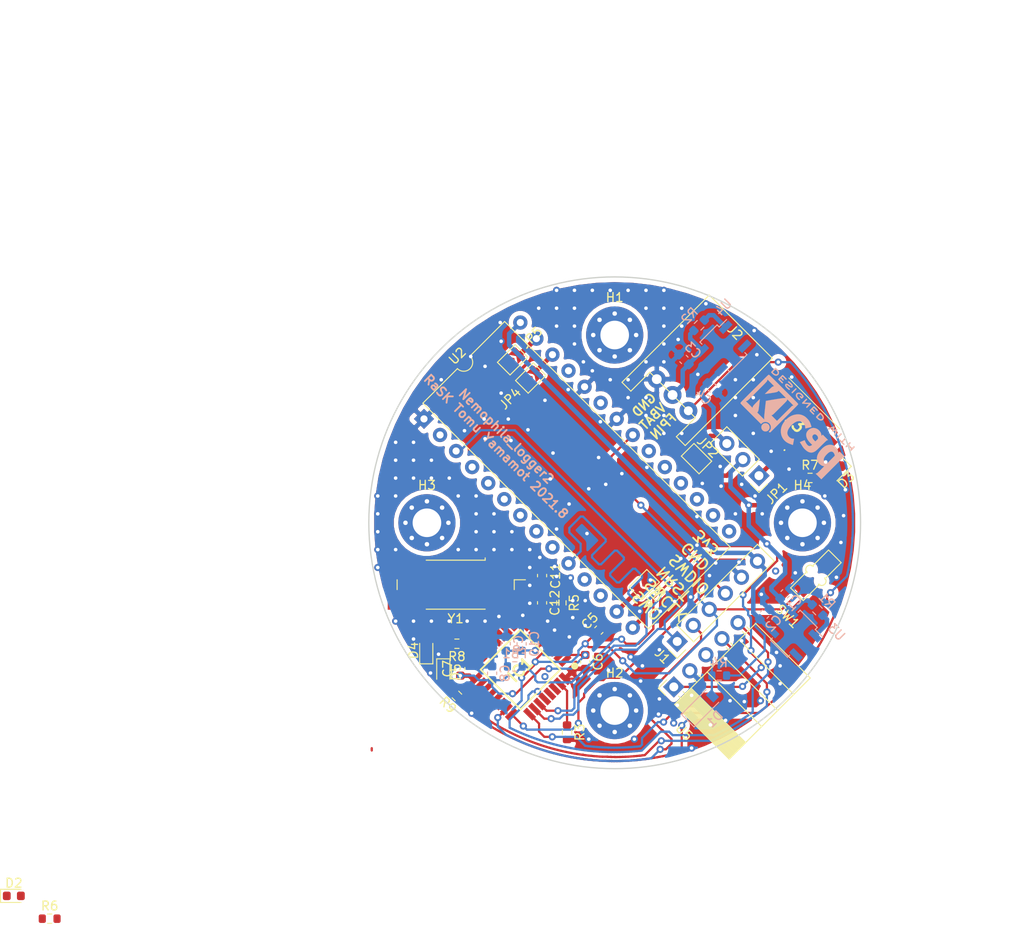
<source format=kicad_pcb>
(kicad_pcb (version 20171130) (host pcbnew "(5.1.9)-1")
  (layers (0 F.Cu signal) (31 B.Cu signal) (34 B.Paste user) (35 F.Paste user) (36 B.SilkS user) (37 F.SilkS user) (38 B.Mask user) (39 F.Mask user) (44 Edge.Cuts user))
  (net 0 "")
  (net 1 +5V)
  (net 2 GND)
  (net 3 +3V3)
  (net 4 VBAT)
  (net 5 E5V)
  (net 6 NRST)
  (net 7 UART1_TX)
  (net 8 "Net-(D1-Pad2)")
  (net 9 OSC_IN)
  (net 10 OSC_OUT)
  (net 11 "Net-(IC1-Pad6)")
  (net 12 "Net-(IC1-Pad7)")
  (net 13 "Net-(IC1-Pad8)")
  (net 14 "Net-(IC1-Pad9)")
  (net 15 "Net-(IC1-Pad10)")
  (net 16 "Net-(IC1-Pad11)")
  (net 17 "Net-(IC1-Pad12)")
  (net 18 "Net-(IC1-Pad13)")
  (net 19 "Net-(IC1-Pad15)")
  (net 20 UART1_RX)
  (net 21 "Net-(IC1-Pad21)")
  (net 22 "Net-(IC1-Pad22)")
  (net 23 UART2_RX)
  (net 24 1pps)
  (net 25 "Net-(IC1-Pad29)")
  (net 26 "Net-(IC1-Pad30)")
  (net 27 BOOT0)
  (net 28 "Net-(R1-Pad2)")
  (net 29 "Net-(R2-Pad2)")
  (net 30 "Net-(U2-Pad15)")
  (net 31 "Net-(U2-Pad2)")
  (net 32 "Net-(U2-Pad16)")
  (net 33 "Net-(U2-Pad17)")
  (net 34 "Net-(U2-Pad4)")
  (net 35 "Net-(U2-Pad18)")
  (net 36 "Net-(U2-Pad5)")
  (net 37 "Net-(U2-Pad19)")
  (net 38 "Net-(U2-Pad6)")
  (net 39 "Net-(U2-Pad20)")
  (net 40 "Net-(U2-Pad7)")
  (net 41 "Net-(U2-Pad8)")
  (net 42 "Net-(U2-Pad9)")
  (net 43 "Net-(U2-Pad23)")
  (net 44 "Net-(U2-Pad11)")
  (net 45 "Net-(U2-Pad25)")
  (net 46 "Net-(U2-Pad12)")
  (net 47 "Net-(JP4-Pad2)")
  (net 48 "Net-(JP3-Pad2)")
  (net 49 "Net-(JP5-Pad2)")
  (net 50 "Net-(U3-Pad3)")
  (net 51 "Net-(U4-Pad3)")
  (net 52 U5V)
  (net 53 "Net-(Y1-Pad3)")
  (net 54 "Net-(Y1-Pad2)")
  (net 55 "Net-(C12-Pad1)")
  (net 56 "Net-(J3-Pad4)")
  (net 57 "Net-(J3-Pad3)")
  (net 58 "Net-(J3-Pad2)")
  (net 59 FPIN)
  (net 60 "Net-(C10-Pad1)")
  (net 61 "Net-(D2-Pad2)")
  (net 62 "Net-(D3-Pad2)")
  (net 63 "Net-(D4-Pad2)")
  (net 64 "Net-(D5-Pad2)")
  (net 65 LED1)
  (net 66 LED2)
  (net 67 SWCLK)
  (net 68 SWDIO)
  (net 69 SWO)
  (net 70 "Net-(R6-Pad1)")
  (module Symbol:KiCad-Logo2_5mm_SilkScreen (layer B.Cu) (at 131.8 120.2 315)
    (fp_text reference REF** hide)
    (fp_text value KiCad-Logo2_5mm_SilkScreen hide)
  )
  (module Connector_PinSocket_2.54mm:PinSocket_1x05_P2.54mm_Horizontal (layer F.Cu) (at 118.11 149.352 135)
    (fp_text reference U5 (at -4.38 -2.77 135) (layer F.SilkS))
    (fp_text value GYSFDMAXB)
    (pad 5 thru_hole oval (at 0 10.16 135) (size 1.7 1.7) (drill 1) (layers *.Cu *.Mask) (net 24 1pps))
    (pad 4 thru_hole oval (at 0 7.62 135) (size 1.7 1.7) (drill 1) (layers *.Cu *.Mask) (net 20 UART1_RX))
    (pad 3 thru_hole oval (at 0 5.08 135) (size 1.7 1.7) (drill 1) (layers *.Cu *.Mask) (net 8 "Net-(D1-Pad2)"))
    (pad 2 thru_hole oval (at 0 2.54 135) (size 1.7 1.7) (drill 1) (layers *.Cu *.Mask) (net 2 GND))
    (pad 1 thru_hole rect (at 0 0 135) (size 1.7 1.7) (drill 1) (layers *.Cu *.Mask) (net 1 +5V))
  )
  (module Capacitor_SMD:C_0603_1608Metric (layer B.Cu) (at 128.27 141.224 45)
    (fp_text reference C2 (at 0 1.43 45) (layer B.SilkS) (effects (justify mirror)))
    (fp_text value 2.2μF)
    (pad 2 smd roundrect (at 0.775 0 45) (size 0.9 0.95) (layers B.Cu B.Paste B.Mask) (net 2 GND))
    (pad 1 smd roundrect (at -0.775 0 45) (size 0.9 0.95) (layers B.Cu B.Paste B.Mask) (net 3 +3V3))
  )
  (module Package_DIP:DIP-28_W15.24mm (layer F.Cu) (at 90.17 119.38 45)
    (fp_text reference U2 (at 7.62 -2.33 45) (layer F.SilkS))
    (fp_text value MW-R-DP-W)
    (pad 1 thru_hole rect (at 0 0 45) (size 1.6 1.6) (drill 0.8) (layers *.Cu *.Mask) (net 2 GND))
    (pad 15 thru_hole oval (at 15.24 33.02 45) (size 1.6 1.6) (drill 0.8) (layers *.Cu *.Mask) (net 30 "Net-(U2-Pad15)"))
    (pad 2 thru_hole oval (at 0 2.54 45) (size 1.6 1.6) (drill 0.8) (layers *.Cu *.Mask) (net 31 "Net-(U2-Pad2)"))
    (pad 16 thru_hole oval (at 15.24 30.48 45) (size 1.6 1.6) (drill 0.8) (layers *.Cu *.Mask) (net 32 "Net-(U2-Pad16)"))
    (pad 3 thru_hole oval (at 0 5.08 45) (size 1.6 1.6) (drill 0.8) (layers *.Cu *.Mask) (net 69 SWO))
    (pad 17 thru_hole oval (at 15.24 27.94 45) (size 1.6 1.6) (drill 0.8) (layers *.Cu *.Mask) (net 33 "Net-(U2-Pad17)"))
    (pad 4 thru_hole oval (at 0 7.62 45) (size 1.6 1.6) (drill 0.8) (layers *.Cu *.Mask) (net 34 "Net-(U2-Pad4)"))
    (pad 18 thru_hole oval (at 15.24 25.4 45) (size 1.6 1.6) (drill 0.8) (layers *.Cu *.Mask) (net 35 "Net-(U2-Pad18)"))
    (pad 5 thru_hole oval (at 0 10.16 45) (size 1.6 1.6) (drill 0.8) (layers *.Cu *.Mask) (net 36 "Net-(U2-Pad5)"))
    (pad 19 thru_hole oval (at 15.24 22.86 45) (size 1.6 1.6) (drill 0.8) (layers *.Cu *.Mask) (net 37 "Net-(U2-Pad19)"))
    (pad 6 thru_hole oval (at 0 12.7 45) (size 1.6 1.6) (drill 0.8) (layers *.Cu *.Mask) (net 38 "Net-(U2-Pad6)"))
    (pad 20 thru_hole oval (at 15.24 20.32 45) (size 1.6 1.6) (drill 0.8) (layers *.Cu *.Mask) (net 39 "Net-(U2-Pad20)"))
    (pad 7 thru_hole oval (at 0 15.24 45) (size 1.6 1.6) (drill 0.8) (layers *.Cu *.Mask) (net 40 "Net-(U2-Pad7)"))
    (pad 21 thru_hole oval (at 15.24 17.78 45) (size 1.6 1.6) (drill 0.8) (layers *.Cu *.Mask) (net 6 NRST))
    (pad 8 thru_hole oval (at 0 17.78 45) (size 1.6 1.6) (drill 0.8) (layers *.Cu *.Mask) (net 41 "Net-(U2-Pad8)"))
    (pad 22 thru_hole oval (at 15.24 15.24 45) (size 1.6 1.6) (drill 0.8) (layers *.Cu *.Mask) (net 2 GND))
    (pad 9 thru_hole oval (at 0 20.32 45) (size 1.6 1.6) (drill 0.8) (layers *.Cu *.Mask) (net 42 "Net-(U2-Pad9)"))
    (pad 23 thru_hole oval (at 15.24 12.7 45) (size 1.6 1.6) (drill 0.8) (layers *.Cu *.Mask) (net 43 "Net-(U2-Pad23)"))
    (pad 10 thru_hole oval (at 0 22.86 45) (size 1.6 1.6) (drill 0.8) (layers *.Cu *.Mask) (net 23 UART2_RX))
    (pad 24 thru_hole oval (at 15.24 10.16 45) (size 1.6 1.6) (drill 0.8) (layers *.Cu *.Mask) (net 2 GND))
    (pad 11 thru_hole oval (at 0 25.4 45) (size 1.6 1.6) (drill 0.8) (layers *.Cu *.Mask) (net 44 "Net-(U2-Pad11)"))
    (pad 25 thru_hole oval (at 15.24 7.62 45) (size 1.6 1.6) (drill 0.8) (layers *.Cu *.Mask) (net 45 "Net-(U2-Pad25)"))
    (pad 12 thru_hole oval (at 0 27.94 45) (size 1.6 1.6) (drill 0.8) (layers *.Cu *.Mask) (net 46 "Net-(U2-Pad12)"))
    (pad 26 thru_hole oval (at 15.24 5.08 45) (size 1.6 1.6) (drill 0.8) (layers *.Cu *.Mask) (net 47 "Net-(JP4-Pad2)"))
    (pad 13 thru_hole oval (at 0 30.48 45) (size 1.6 1.6) (drill 0.8) (layers *.Cu *.Mask) (net 48 "Net-(JP3-Pad2)"))
    (pad 27 thru_hole oval (at 15.24 2.54 45) (size 1.6 1.6) (drill 0.8) (layers *.Cu *.Mask) (net 49 "Net-(JP5-Pad2)"))
    (pad 14 thru_hole oval (at 0 33.02 45) (size 1.6 1.6) (drill 0.8) (layers *.Cu *.Mask) (net 2 GND))
    (pad 28 thru_hole oval (at 15.24 0 45) (size 1.6 1.6) (drill 0.8) (layers *.Cu *.Mask) (net 3 +3V3))
  )
  (module SamacSys_Parts:ZX62B5PA33 (layer F.Cu) (at 132.078604 119.442334 135)
    (fp_text reference J3 (at 0 -0.55 135) (layer F.SilkS) (effects (font (size 1.27 1.27) (thickness 0.254))))
    (fp_text value USB_B_Micro hide)
    (pad MP6 smd rect (at 1.2 0.35 135) (size 1.9 1.9) (layers F.Cu F.Paste F.Mask))
    (pad MP5 smd rect (at -1.2 0.35 135) (size 1.9 1.9) (layers F.Cu F.Paste F.Mask))
    (pad MP4 smd rect (at 3.1 -2.2 225) (size 1.6 2.1) (layers F.Cu F.Paste F.Mask))
    (pad MP3 smd rect (at -3.1 -2.2 225) (size 1.6 2.1) (layers F.Cu F.Paste F.Mask))
    (pad MP2 smd rect (at 4 0.35 135) (size 1.8 1.9) (layers F.Cu F.Paste F.Mask))
    (pad MP1 smd rect (at -4 0.35 135) (size 1.8 1.9) (layers F.Cu F.Paste F.Mask))
    (pad 5 smd rect (at 1.3 -2.325 135) (size 0.4 1.35) (layers F.Cu F.Paste F.Mask) (net 2 GND))
    (pad 4 smd rect (at 0.65 -2.325 135) (size 0.4 1.35) (layers F.Cu F.Paste F.Mask) (net 56 "Net-(J3-Pad4)"))
    (pad 3 smd rect (at 0 -2.325 135) (size 0.4 1.35) (layers F.Cu F.Paste F.Mask) (net 57 "Net-(J3-Pad3)"))
    (pad 2 smd rect (at -0.65 -2.325 135) (size 0.4 1.35) (layers F.Cu F.Paste F.Mask) (net 58 "Net-(J3-Pad2)"))
    (pad 1 smd rect (at -1.3 -2.325 135) (size 0.4 1.35) (layers F.Cu F.Paste F.Mask) (net 52 U5V))
  )
  (module Connector_PinHeader_2.54mm:PinHeader_1x06_P2.54mm_Vertical (layer F.Cu) (at 118.491 144.272 135)
    (fp_text reference J1 (at 0 -2.33 135) (layer F.SilkS))
    (fp_text value Conn_01x06)
    (pad 6 thru_hole oval (at 0 12.7 135) (size 1.7 1.7) (drill 1) (layers *.Cu *.Mask) (net 3 +3V3))
    (pad 5 thru_hole oval (at 0 10.16 135) (size 1.7 1.7) (drill 1) (layers *.Cu *.Mask) (net 2 GND))
    (pad 4 thru_hole oval (at 0 7.62 135) (size 1.7 1.7) (drill 1) (layers *.Cu *.Mask) (net 68 SWDIO))
    (pad 3 thru_hole oval (at 0 5.08 135) (size 1.7 1.7) (drill 1) (layers *.Cu *.Mask) (net 6 NRST))
    (pad 2 thru_hole oval (at 0 2.54 135) (size 1.7 1.7) (drill 1) (layers *.Cu *.Mask) (net 67 SWCLK))
    (pad 1 thru_hole rect (at 0 0 135) (size 1.7 1.7) (drill 1) (layers *.Cu *.Mask) (net 69 SWO))
  )
  (module Resistor_SMD:R_0603_1608Metric (layer F.Cu) (at 93.853 150.368 135)
    (fp_text reference R9 (at 0 -1.43 135) (layer F.SilkS))
    (fp_text value 1kΩ)
    (pad 2 smd roundrect (at 0.825 0 135) (size 0.8 0.95) (layers F.Cu F.Paste F.Mask) (net 64 "Net-(D5-Pad2)"))
    (pad 1 smd roundrect (at -0.825 0 135) (size 0.8 0.95) (layers F.Cu F.Paste F.Mask) (net 65 LED1))
  )
  (module Resistor_SMD:R_0603_1608Metric (layer F.Cu) (at 93.853 144.526 180)
    (fp_text reference R8 (at 0 -1.43) (layer F.SilkS))
    (fp_text value 1kΩ)
    (pad 2 smd roundrect (at 0.825 0 180) (size 0.8 0.95) (layers F.Cu F.Paste F.Mask) (net 63 "Net-(D4-Pad2)"))
    (pad 1 smd roundrect (at -0.825 0 180) (size 0.8 0.95) (layers F.Cu F.Paste F.Mask) (net 66 LED2))
  )
  (module Resistor_SMD:R_0603_1608Metric (layer F.Cu) (at 133.35 125.984)
    (fp_text reference R7 (at 0 -1.43) (layer F.SilkS))
    (fp_text value 1kΩ)
    (pad 2 smd roundrect (at 0.825 0) (size 0.8 0.95) (layers F.Cu F.Paste F.Mask) (net 62 "Net-(D3-Pad2)"))
    (pad 1 smd roundrect (at -0.825 0) (size 0.8 0.95) (layers F.Cu F.Paste F.Mask) (net 1 +5V))
  )
  (module Resistor_SMD:R_0603_1608Metric (layer F.Cu) (at 48.305001 175.279001)
    (fp_text reference R6 (at 0 -1.43) (layer F.SilkS))
    (fp_text value 1kΩ)
    (pad 2 smd roundrect (at 0.825 0) (size 0.8 0.95) (layers F.Cu F.Paste F.Mask) (net 61 "Net-(D2-Pad2)"))
    (pad 1 smd roundrect (at -0.825 0) (size 0.8 0.95) (layers F.Cu F.Paste F.Mask) (net 70 "Net-(R6-Pad1)"))
  )
  (module LED_SMD:LED_0603_1608Metric (layer F.Cu) (at 92.329 147.701 270)
    (fp_text reference D5 (at 0 -1.43 90) (layer F.SilkS))
    (fp_text value LED)
    (pad 2 smd roundrect (at 0.7875 0 270) (size 0.875 0.95) (layers F.Cu F.Paste F.Mask) (net 64 "Net-(D5-Pad2)"))
    (pad 1 smd roundrect (at -0.7875 0 270) (size 0.875 0.95) (layers F.Cu F.Paste F.Mask) (net 2 GND))
  )
  (module LED_SMD:LED_0603_1608Metric (layer F.Cu) (at 90.424 145.288 90)
    (fp_text reference D4 (at 0 -1.43 90) (layer F.SilkS))
    (fp_text value LED)
    (pad 2 smd roundrect (at 0.7875 0 90) (size 0.875 0.95) (layers F.Cu F.Paste F.Mask) (net 63 "Net-(D4-Pad2)"))
    (pad 1 smd roundrect (at -0.7875 0 90) (size 0.875 0.95) (layers F.Cu F.Paste F.Mask) (net 2 GND))
  )
  (module LED_SMD:LED_0603_1608Metric (layer F.Cu) (at 136.398 125.222 225)
    (fp_text reference D3 (at 0 -1.43 225) (layer F.SilkS))
    (fp_text value LED)
    (pad 2 smd roundrect (at 0.7875 0 225) (size 0.875 0.95) (layers F.Cu F.Paste F.Mask) (net 62 "Net-(D3-Pad2)"))
    (pad 1 smd roundrect (at -0.7875 0 225) (size 0.875 0.95) (layers F.Cu F.Paste F.Mask) (net 2 GND))
  )
  (module LED_SMD:LED_0603_1608Metric (layer F.Cu) (at 44.295001 172.729001)
    (fp_text reference D2 (at 0 -1.43) (layer F.SilkS))
    (fp_text value LED)
    (pad 2 smd roundrect (at 0.7875 0) (size 0.875 0.95) (layers F.Cu F.Paste F.Mask) (net 61 "Net-(D2-Pad2)"))
    (pad 1 smd roundrect (at -0.7875 0) (size 0.875 0.95) (layers F.Cu F.Paste F.Mask) (net 2 GND))
  )
  (module Resistor_SMD:R_0603_1608Metric (layer B.Cu) (at 100.33 147.066 180)
    (fp_text reference FB1 (at 0 1.43) (layer B.SilkS) (effects (justify mirror)))
    (fp_text value Ferrite_Bead)
    (pad 2 smd roundrect (at 0.825 0 180) (size 0.8 0.95) (layers B.Cu B.Paste B.Mask) (net 60 "Net-(C10-Pad1)"))
    (pad 1 smd roundrect (at -0.825 0 180) (size 0.8 0.95) (layers B.Cu B.Paste B.Mask) (net 3 +3V3))
  )
  (module KUTKiCad_footprint:Hirose_DF1E_DF1E-3P-2.5DS_1x03_P2.5mm_Horizontal (layer F.Cu) (at 116.205 114.935 315)
    (fp_text reference J2 (at 2.5 -9.9 135) (layer F.SilkS))
    (fp_text value Conn_01x03_Male)
    (pad 1 thru_hole circle (at 0 0 315) (size 2 2) (drill 1.1) (layers *.Cu *.Mask) (net 2 GND))
    (pad 2 thru_hole circle (at 2.5 0 315) (size 2 2) (drill 1.1) (layers *.Cu *.Mask) (net 4 VBAT))
    (pad 3 thru_hole circle (at 5 0 315) (size 2 2) (drill 1) (layers *.Cu *.Mask) (net 59 FPIN))
  )
  (module MountingHole:MountingHole_3.2mm_M3_Pad_Via (layer F.Cu) (at 132.5 131)
    (fp_text reference H4 (at 0 -4.2) (layer F.SilkS))
    (fp_text value MountingHole)
    (pad 1 thru_hole circle (at 1.697056 -1.697056) (size 0.8 0.8) (drill 0.5) (layers *.Cu *.Mask))
    (pad 1 thru_hole circle (at 0 -2.4) (size 0.8 0.8) (drill 0.5) (layers *.Cu *.Mask))
    (pad 1 thru_hole circle (at -1.697056 -1.697056) (size 0.8 0.8) (drill 0.5) (layers *.Cu *.Mask))
    (pad 1 thru_hole circle (at -2.4 0) (size 0.8 0.8) (drill 0.5) (layers *.Cu *.Mask))
    (pad 1 thru_hole circle (at -1.697056 1.697056) (size 0.8 0.8) (drill 0.5) (layers *.Cu *.Mask))
    (pad 1 thru_hole circle (at 0 2.4) (size 0.8 0.8) (drill 0.5) (layers *.Cu *.Mask))
    (pad 1 thru_hole circle (at 1.697056 1.697056) (size 0.8 0.8) (drill 0.5) (layers *.Cu *.Mask))
    (pad 1 thru_hole circle (at 2.4 0) (size 0.8 0.8) (drill 0.5) (layers *.Cu *.Mask))
    (pad 1 thru_hole circle (at 0 0) (size 6.4 6.4) (drill 3.2) (layers *.Cu *.Mask))
  )
  (module MountingHole:MountingHole_3.2mm_M3_Pad_Via (layer F.Cu) (at 90.5 131)
    (fp_text reference H3 (at 0 -4.2) (layer F.SilkS))
    (fp_text value MountingHole)
    (pad 1 thru_hole circle (at 1.697056 -1.697056) (size 0.8 0.8) (drill 0.5) (layers *.Cu *.Mask))
    (pad 1 thru_hole circle (at 0 -2.4) (size 0.8 0.8) (drill 0.5) (layers *.Cu *.Mask))
    (pad 1 thru_hole circle (at -1.697056 -1.697056) (size 0.8 0.8) (drill 0.5) (layers *.Cu *.Mask))
    (pad 1 thru_hole circle (at -2.4 0) (size 0.8 0.8) (drill 0.5) (layers *.Cu *.Mask))
    (pad 1 thru_hole circle (at -1.697056 1.697056) (size 0.8 0.8) (drill 0.5) (layers *.Cu *.Mask))
    (pad 1 thru_hole circle (at 0 2.4) (size 0.8 0.8) (drill 0.5) (layers *.Cu *.Mask))
    (pad 1 thru_hole circle (at 1.697056 1.697056) (size 0.8 0.8) (drill 0.5) (layers *.Cu *.Mask))
    (pad 1 thru_hole circle (at 2.4 0) (size 0.8 0.8) (drill 0.5) (layers *.Cu *.Mask))
    (pad 1 thru_hole circle (at 0 0) (size 6.4 6.4) (drill 3.2) (layers *.Cu *.Mask))
  )
  (module MountingHole:MountingHole_3.2mm_M3_Pad_Via (layer F.Cu) (at 111.5 152)
    (fp_text reference H2 (at 0 -4.2) (layer F.SilkS))
    (fp_text value MountingHole)
    (pad 1 thru_hole circle (at 1.697056 -1.697056) (size 0.8 0.8) (drill 0.5) (layers *.Cu *.Mask))
    (pad 1 thru_hole circle (at 0 -2.4) (size 0.8 0.8) (drill 0.5) (layers *.Cu *.Mask))
    (pad 1 thru_hole circle (at -1.697056 -1.697056) (size 0.8 0.8) (drill 0.5) (layers *.Cu *.Mask))
    (pad 1 thru_hole circle (at -2.4 0) (size 0.8 0.8) (drill 0.5) (layers *.Cu *.Mask))
    (pad 1 thru_hole circle (at -1.697056 1.697056) (size 0.8 0.8) (drill 0.5) (layers *.Cu *.Mask))
    (pad 1 thru_hole circle (at 0 2.4) (size 0.8 0.8) (drill 0.5) (layers *.Cu *.Mask))
    (pad 1 thru_hole circle (at 1.697056 1.697056) (size 0.8 0.8) (drill 0.5) (layers *.Cu *.Mask))
    (pad 1 thru_hole circle (at 2.4 0) (size 0.8 0.8) (drill 0.5) (layers *.Cu *.Mask))
    (pad 1 thru_hole circle (at 0 0) (size 6.4 6.4) (drill 3.2) (layers *.Cu *.Mask))
  )
  (module MountingHole:MountingHole_3.2mm_M3_Pad_Via (layer F.Cu) (at 111.5 110)
    (fp_text reference H1 (at 0 -4.2) (layer F.SilkS))
    (fp_text value MountingHole)
    (pad 1 thru_hole circle (at 1.697056 -1.697056) (size 0.8 0.8) (drill 0.5) (layers *.Cu *.Mask))
    (pad 1 thru_hole circle (at 0 -2.4) (size 0.8 0.8) (drill 0.5) (layers *.Cu *.Mask))
    (pad 1 thru_hole circle (at -1.697056 -1.697056) (size 0.8 0.8) (drill 0.5) (layers *.Cu *.Mask))
    (pad 1 thru_hole circle (at -2.4 0) (size 0.8 0.8) (drill 0.5) (layers *.Cu *.Mask))
    (pad 1 thru_hole circle (at -1.697056 1.697056) (size 0.8 0.8) (drill 0.5) (layers *.Cu *.Mask))
    (pad 1 thru_hole circle (at 0 2.4) (size 0.8 0.8) (drill 0.5) (layers *.Cu *.Mask))
    (pad 1 thru_hole circle (at 1.697056 1.697056) (size 0.8 0.8) (drill 0.5) (layers *.Cu *.Mask))
    (pad 1 thru_hole circle (at 2.4 0) (size 0.8 0.8) (drill 0.5) (layers *.Cu *.Mask))
    (pad 1 thru_hole circle (at 0 0) (size 6.4 6.4) (drill 3.2) (layers *.Cu *.Mask))
  )
  (module Resistor_SMD:R_0603_1608Metric (layer F.Cu) (at 105.537 139.954 270)
    (fp_text reference R5 (at 0 -1.43 90) (layer F.SilkS))
    (fp_text value 62Ω)
    (pad 2 smd roundrect (at 0.825 0 270) (size 0.8 0.95) (layers F.Cu F.Paste F.Mask) (net 10 OSC_OUT))
    (pad 1 smd roundrect (at -0.825 0 270) (size 0.8 0.95) (layers F.Cu F.Paste F.Mask) (net 55 "Net-(C12-Pad1)"))
  )
  (module Crystal:Crystal_SMD_SeikoEpson_MA506-4Pin_12.7x5.1mm (layer F.Cu) (at 93.716 137.922 180)
    (fp_text reference Y1 (at 0 -3.8) (layer F.SilkS))
    (fp_text value Crystal_GND23)
    (pad 4 smd rect (at -5.55 -1.775 180) (size 4.1 2.05) (layers F.Cu F.Paste F.Mask) (net 55 "Net-(C12-Pad1)"))
    (pad 3 smd rect (at 5.55 -1.775 180) (size 4.1 2.05) (layers F.Cu F.Paste F.Mask) (net 53 "Net-(Y1-Pad3)"))
    (pad 2 smd rect (at 5.55 1.775 180) (size 4.1 2.05) (layers F.Cu F.Paste F.Mask) (net 54 "Net-(Y1-Pad2)"))
    (pad 1 smd rect (at -5.55 1.775 180) (size 4.1 2.05) (layers F.Cu F.Paste F.Mask) (net 9 OSC_IN))
  )
  (module Capacitor_SMD:C_0603_1608Metric (layer F.Cu) (at 103.378 139.954 270)
    (fp_text reference C12 (at 0 -1.43 90) (layer F.SilkS))
    (fp_text value 12pF)
    (pad 2 smd roundrect (at 0.775 0 270) (size 0.9 0.95) (layers F.Cu F.Paste F.Mask) (net 2 GND))
    (pad 1 smd roundrect (at -0.775 0 270) (size 0.9 0.95) (layers F.Cu F.Paste F.Mask) (net 55 "Net-(C12-Pad1)"))
  )
  (module Capacitor_SMD:C_0603_1608Metric (layer F.Cu) (at 103.378 136.906 90)
    (fp_text reference C11 (at -0.025 1.5 90) (layer F.SilkS))
    (fp_text value 12pF)
    (pad 2 smd roundrect (at 0.775 0 90) (size 0.9 0.95) (layers F.Cu F.Paste F.Mask) (net 2 GND))
    (pad 1 smd roundrect (at -0.775 0 90) (size 0.9 0.95) (layers F.Cu F.Paste F.Mask) (net 9 OSC_IN))
  )
  (module Capacitor_SMD:C_0603_1608Metric (layer B.Cu) (at 101.092 144.54 90)
    (fp_text reference C10 (at 0 1.43 90) (layer B.SilkS) (effects (justify mirror)))
    (fp_text value 0.1μF)
    (pad 2 smd roundrect (at 0.775 0 90) (size 0.9 0.95) (layers B.Cu B.Paste B.Mask) (net 2 GND))
    (pad 1 smd roundrect (at -0.775 0 90) (size 0.9 0.95) (layers B.Cu B.Paste B.Mask) (net 60 "Net-(C10-Pad1)"))
  )
  (module Capacitor_SMD:C_0603_1608Metric (layer B.Cu) (at 99.314 144.526 90)
    (fp_text reference C9 (at 0 1.43 90) (layer B.SilkS) (effects (justify mirror)))
    (fp_text value 0.1μF)
    (pad 2 smd roundrect (at 0.775 0 90) (size 0.9 0.95) (layers B.Cu B.Paste B.Mask) (net 2 GND))
    (pad 1 smd roundrect (at -0.775 0 90) (size 0.9 0.95) (layers B.Cu B.Paste B.Mask) (net 60 "Net-(C10-Pad1)"))
  )
  (module Capacitor_SMD:C_0603_1608Metric (layer B.Cu) (at 97.79 147.828 90)
    (fp_text reference C8 (at 0 1.43 90) (layer B.SilkS) (effects (justify mirror)))
    (fp_text value 4.7μF)
    (pad 2 smd roundrect (at 0.775 0 90) (size 0.9 0.95) (layers B.Cu B.Paste B.Mask) (net 2 GND))
    (pad 1 smd roundrect (at -0.775 0 90) (size 0.9 0.95) (layers B.Cu B.Paste B.Mask) (net 3 +3V3))
  )
  (module Capacitor_SMD:C_0603_1608Metric (layer F.Cu) (at 94.234 147.32 90)
    (fp_text reference C7 (at 0 -1.43 90) (layer F.SilkS))
    (fp_text value 0.1μF)
    (pad 2 smd roundrect (at 0.775 0 90) (size 0.9 0.95) (layers F.Cu F.Paste F.Mask) (net 2 GND))
    (pad 1 smd roundrect (at -0.775 0 90) (size 0.9 0.95) (layers F.Cu F.Paste F.Mask) (net 3 +3V3))
  )
  (module Capacitor_SMD:C_0603_1608Metric (layer F.Cu) (at 108.204 146.558 270)
    (fp_text reference C6 (at 0 -1.43 90) (layer F.SilkS))
    (fp_text value 0.1μF)
    (pad 2 smd roundrect (at 0.775 0 270) (size 0.9 0.95) (layers F.Cu F.Paste F.Mask) (net 2 GND))
    (pad 1 smd roundrect (at -0.775 0 270) (size 0.9 0.95) (layers F.Cu F.Paste F.Mask) (net 3 +3V3))
  )
  (module Capacitor_SMD:C_0603_1608Metric (layer F.Cu) (at 109.728 143.002 45)
    (fp_text reference C5 (at 0 -1.43 45) (layer F.SilkS))
    (fp_text value 0.1μF)
    (pad 2 smd roundrect (at 0.775 0 45) (size 0.9 0.95) (layers F.Cu F.Paste F.Mask) (net 2 GND))
    (pad 1 smd roundrect (at -0.775 0 45) (size 0.9 0.95) (layers F.Cu F.Paste F.Mask) (net 6 NRST))
  )
  (module Capacitor_SMD:C_0603_1608Metric (layer B.Cu) (at 122.423289 115.913693 315)
    (fp_text reference C4 (at 0 1.43 315) (layer B.SilkS) (effects (justify mirror)))
    (fp_text value 2.2μF)
    (pad 2 smd roundrect (at 0.775 0 315) (size 0.9 0.95) (layers B.Cu B.Paste B.Mask) (net 2 GND))
    (pad 1 smd roundrect (at -0.775 0 315) (size 0.9 0.95) (layers B.Cu B.Paste B.Mask) (net 5 E5V))
  )
  (module GS-7_2021_3-1:TVAF06-A020B-R (layer F.Cu) (at 132.588 139.7 135)
    (fp_text reference SW1 (at 0 -2.5 135) (layer F.SilkS))
    (fp_text value SW_Push)
    (pad "" np_thru_hole circle (at 1.9 3 135) (size 0.75 0.75) (drill 0.75) (layers *.Cu *.Mask))
    (pad "" np_thru_hole circle (at 0.1 3 135) (size 0.75 0.75) (drill 0.75) (layers *.Cu *.Mask))
    (pad 2 smd rect (at 0.2 4.7 135) (size 1.6 1.05) (drill (offset 0.8 0.525)) (layers F.Cu F.Paste F.Mask) (net 2 GND))
    (pad 1 smd rect (at 0.2 0.25 135) (size 1.6 1.05) (drill (offset 0.8 0.525)) (layers F.Cu F.Paste F.Mask) (net 6 NRST))
  )
  (module Connector_PinSocket_2.54mm:PinSocket_1x03_P2.54mm_Vertical (layer F.Cu) (at 127.635 125.73 225)
    (fp_text reference JP1 (at 0 -2.77 45) (layer F.SilkS))
    (fp_text value PWR)
    (pad 3 thru_hole oval (at 0 5.08 225) (size 1.7 1.7) (drill 1) (layers *.Cu *.Mask) (net 5 E5V))
    (pad 2 thru_hole oval (at 0 2.54 225) (size 1.7 1.7) (drill 1) (layers *.Cu *.Mask) (net 1 +5V))
    (pad 1 thru_hole rect (at 0 0 225) (size 1.7 1.7) (drill 1) (layers *.Cu *.Mask) (net 52 U5V))
  )
  (module Jumper:SolderJumper-2_P1.3mm_Open_TrianglePad1.0x1.5mm (layer F.Cu) (at 100.080652 112.771348 45)
    (fp_text reference JP5 (at 3.25 -0.25 45) (layer F.SilkS))
    (fp_text value SolderJumper_2_Open)
    (pad 1 smd custom (at -0.725 0 45) (size 0.3 0.3) (layers F.Cu F.Mask) (net 2 GND) (options (clearance outline) (anchor rect)) (primitives (gr_poly (pts (xy -0.5 -0.75) (xy 0.5 -0.75) (xy 1 0) (xy 0.5 0.75) (xy -0.5 0.75)) (width 0))))
    (pad 2 smd custom (at 0.725 0 45) (size 0.3 0.3) (layers F.Cu F.Mask) (net 49 "Net-(JP5-Pad2)") (options (clearance outline) (anchor rect)) (primitives (gr_poly (pts (xy -0.65 -0.75) (xy 0.5 -0.75) (xy 0.5 0.75) (xy -0.65 0.75) (xy -0.15 0)) (width 0))))
  )
  (module Jumper:SolderJumper-2_P1.3mm_Open_TrianglePad1.0x1.5mm (layer F.Cu) (at 102.108 114.808 45)
    (fp_text reference JP4 (at -3.25 0 45) (layer F.SilkS))
    (fp_text value SolderJumper_2_Open)
    (pad 1 smd custom (at -0.725 0 45) (size 0.3 0.3) (layers F.Cu F.Mask) (net 2 GND) (options (clearance outline) (anchor rect)) (primitives (gr_poly (pts (xy -0.5 -0.75) (xy 0.5 -0.75) (xy 1 0) (xy 0.5 0.75) (xy -0.5 0.75)) (width 0))))
    (pad 2 smd custom (at 0.725 0 45) (size 0.3 0.3) (layers F.Cu F.Mask) (net 47 "Net-(JP4-Pad2)") (options (clearance outline) (anchor rect)) (primitives (gr_poly (pts (xy -0.65 -0.75) (xy 0.5 -0.75) (xy 0.5 0.75) (xy -0.65 0.75) (xy -0.15 0)) (width 0))))
  )
  (module Jumper:SolderJumper-2_P1.3mm_Open_TrianglePad1.0x1.5mm (layer F.Cu) (at 114.808 137.922 225)
    (fp_text reference JP3 (at 0 -1.8 45) (layer F.SilkS))
    (fp_text value SolderJumper_2_Open)
    (pad 1 smd custom (at -0.725 0 225) (size 0.3 0.3) (layers F.Cu F.Mask) (net 2 GND) (options (clearance outline) (anchor rect)) (primitives (gr_poly (pts (xy -0.5 -0.75) (xy 0.5 -0.75) (xy 1 0) (xy 0.5 0.75) (xy -0.5 0.75)) (width 0))))
    (pad 2 smd custom (at 0.725 0 225) (size 0.3 0.3) (layers F.Cu F.Mask) (net 48 "Net-(JP3-Pad2)") (options (clearance outline) (anchor rect)) (primitives (gr_poly (pts (xy -0.65 -0.75) (xy 0.5 -0.75) (xy 0.5 0.75) (xy -0.65 0.75) (xy -0.15 0)) (width 0))))
  )
  (module Jumper:SolderJumper-2_P1.3mm_Open_TrianglePad1.0x1.5mm (layer F.Cu) (at 120.65 123.825 315)
    (fp_text reference JP2 (at 0 -1.8 135) (layer F.SilkS))
    (fp_text value SolderJumper_2_Open)
    (pad 1 smd custom (at -0.725 0 315) (size 0.3 0.3) (layers F.Cu F.Mask) (net 5 E5V) (options (clearance outline) (anchor rect)) (primitives (gr_poly (pts (xy -0.5 -0.75) (xy 0.5 -0.75) (xy 1 0) (xy 0.5 0.75) (xy -0.5 0.75)) (width 0))))
    (pad 2 smd custom (at 0.725 0 315) (size 0.3 0.3) (layers F.Cu F.Mask) (net 1 +5V) (options (clearance outline) (anchor rect)) (primitives (gr_poly (pts (xy -0.65 -0.75) (xy 0.5 -0.75) (xy 0.5 0.75) (xy -0.65 0.75) (xy -0.15 0)) (width 0))))
  )
  (module Capacitor_SMD:C_0603_1608Metric (layer B.Cu) (at 130.556 138.938 45)
    (fp_text reference C1 (at 0 1.43 45) (layer B.SilkS) (effects (justify mirror)))
    (fp_text value 0.33μF)
    (pad 1 smd roundrect (at -0.775 0 45) (size 0.9 0.95) (layers B.Cu B.Paste B.Mask) (net 1 +5V))
    (pad 2 smd roundrect (at 0.775 0 45) (size 0.9 0.95) (layers B.Cu B.Paste B.Mask) (net 2 GND))
  )
  (module Capacitor_SMD:C_0603_1608Metric (layer B.Cu) (at 119.241308 112.731713 135)
    (fp_text reference C3 (at 0 1.43 315) (layer B.SilkS) (effects (justify mirror)))
    (fp_text value 0.33μF)
    (pad 1 smd roundrect (at -0.775 0 135) (size 0.9 0.95) (layers B.Cu B.Paste B.Mask) (net 4 VBAT))
    (pad 2 smd roundrect (at 0.775 0 135) (size 0.9 0.95) (layers B.Cu B.Paste B.Mask) (net 2 GND))
  )
  (module Diode_SMD:D_SOD-123 (layer B.Cu) (at 121.261274 151.534726 45)
    (fp_text reference D1 (at 0 2 45) (layer B.SilkS) (effects (justify mirror)))
    (fp_text value 1N4148W)
    (pad 1 smd rect (at -1.65 0 45) (size 0.9 1.2) (layers B.Cu B.Paste B.Mask) (net 7 UART1_TX))
    (pad 2 smd rect (at 1.65 0 45) (size 0.9 1.2) (layers B.Cu B.Paste B.Mask) (net 8 "Net-(D1-Pad2)"))
  )
  (module SamacSys_Parts:QFP80P900X900X160-32N (layer F.Cu) (at 100.965 147.423382 225)
    (fp_text reference IC1 (at 0 0 45) (layer F.SilkS) (effects (font (size 1.27 1.27) (thickness 0.254))))
    (fp_text value STM32F303K8T6 hide)
    (pad 1 smd rect (at -4.238 -2.8 315) (size 0.6 1.475) (layers F.Cu F.Paste F.Mask) (net 3 +3V3))
    (pad 2 smd rect (at -4.238 -2 315) (size 0.6 1.475) (layers F.Cu F.Paste F.Mask) (net 9 OSC_IN))
    (pad 3 smd rect (at -4.238 -1.2 315) (size 0.6 1.475) (layers F.Cu F.Paste F.Mask) (net 10 OSC_OUT))
    (pad 4 smd rect (at -4.238 -0.4 315) (size 0.6 1.475) (layers F.Cu F.Paste F.Mask) (net 6 NRST))
    (pad 5 smd rect (at -4.238 0.4 315) (size 0.6 1.475) (layers F.Cu F.Paste F.Mask) (net 60 "Net-(C10-Pad1)"))
    (pad 6 smd rect (at -4.238 1.2 315) (size 0.6 1.475) (layers F.Cu F.Paste F.Mask) (net 11 "Net-(IC1-Pad6)"))
    (pad 7 smd rect (at -4.238 2 315) (size 0.6 1.475) (layers F.Cu F.Paste F.Mask) (net 12 "Net-(IC1-Pad7)"))
    (pad 8 smd rect (at -4.238 2.8 315) (size 0.6 1.475) (layers F.Cu F.Paste F.Mask) (net 13 "Net-(IC1-Pad8)"))
    (pad 9 smd rect (at -2.8 4.238 225) (size 0.6 1.475) (layers F.Cu F.Paste F.Mask) (net 14 "Net-(IC1-Pad9)"))
    (pad 10 smd rect (at -2 4.238 225) (size 0.6 1.475) (layers F.Cu F.Paste F.Mask) (net 15 "Net-(IC1-Pad10)"))
    (pad 11 smd rect (at -1.2 4.238 225) (size 0.6 1.475) (layers F.Cu F.Paste F.Mask) (net 16 "Net-(IC1-Pad11)"))
    (pad 12 smd rect (at -0.4 4.238 225) (size 0.6 1.475) (layers F.Cu F.Paste F.Mask) (net 17 "Net-(IC1-Pad12)"))
    (pad 13 smd rect (at 0.4 4.238 225) (size 0.6 1.475) (layers F.Cu F.Paste F.Mask) (net 18 "Net-(IC1-Pad13)"))
    (pad 14 smd rect (at 1.2 4.238 225) (size 0.6 1.475) (layers F.Cu F.Paste F.Mask) (net 66 LED2))
    (pad 15 smd rect (at 2 4.238 225) (size 0.6 1.475) (layers F.Cu F.Paste F.Mask) (net 19 "Net-(IC1-Pad15)"))
    (pad 16 smd rect (at 2.8 4.238 225) (size 0.6 1.475) (layers F.Cu F.Paste F.Mask) (net 2 GND))
    (pad 17 smd rect (at 4.238 2.8 315) (size 0.6 1.475) (layers F.Cu F.Paste F.Mask) (net 3 +3V3))
    (pad 18 smd rect (at 4.238 2 315) (size 0.6 1.475) (layers F.Cu F.Paste F.Mask) (net 65 LED1))
    (pad 19 smd rect (at 4.238 1.2 315) (size 0.6 1.475) (layers F.Cu F.Paste F.Mask) (net 7 UART1_TX))
    (pad 20 smd rect (at 4.238 0.4 315) (size 0.6 1.475) (layers F.Cu F.Paste F.Mask) (net 20 UART1_RX))
    (pad 21 smd rect (at 4.238 -0.4 315) (size 0.6 1.475) (layers F.Cu F.Paste F.Mask) (net 21 "Net-(IC1-Pad21)"))
    (pad 22 smd rect (at 4.238 -1.2 315) (size 0.6 1.475) (layers F.Cu F.Paste F.Mask) (net 22 "Net-(IC1-Pad22)"))
    (pad 23 smd rect (at 4.238 -2 315) (size 0.6 1.475) (layers F.Cu F.Paste F.Mask) (net 67 SWCLK))
    (pad 24 smd rect (at 4.238 -2.8 315) (size 0.6 1.475) (layers F.Cu F.Paste F.Mask) (net 68 SWDIO))
    (pad 25 smd rect (at 2.8 -4.238 225) (size 0.6 1.475) (layers F.Cu F.Paste F.Mask) (net 59 FPIN))
    (pad 26 smd rect (at 2 -4.238 225) (size 0.6 1.475) (layers F.Cu F.Paste F.Mask) (net 69 SWO))
    (pad 27 smd rect (at 1.2 -4.238 225) (size 0.6 1.475) (layers F.Cu F.Paste F.Mask) (net 23 UART2_RX))
    (pad 28 smd rect (at 0.4 -4.238 225) (size 0.6 1.475) (layers F.Cu F.Paste F.Mask) (net 24 1pps))
    (pad 29 smd rect (at -0.4 -4.238 225) (size 0.6 1.475) (layers F.Cu F.Paste F.Mask) (net 25 "Net-(IC1-Pad29)"))
    (pad 30 smd rect (at -1.2 -4.238 225) (size 0.6 1.475) (layers F.Cu F.Paste F.Mask) (net 26 "Net-(IC1-Pad30)"))
    (pad 31 smd rect (at -2 -4.238 225) (size 0.6 1.475) (layers F.Cu F.Paste F.Mask) (net 27 BOOT0))
    (pad 32 smd rect (at -2.8 -4.238 225) (size 0.6 1.475) (layers F.Cu F.Paste F.Mask) (net 2 GND))
  )
  (module Resistor_SMD:R_0603_1608Metric (layer B.Cu) (at 134.183796 140.756497 315)
    (fp_text reference R1 (at 0 -1.5 315) (layer B.SilkS) (effects (justify mirror)))
    (fp_text value 100kΩ)
    (pad 1 smd roundrect (at -0.825 0 315) (size 0.8 0.95) (layers B.Cu B.Paste B.Mask) (net 1 +5V))
    (pad 2 smd roundrect (at 0.825 0 315) (size 0.8 0.95) (layers B.Cu B.Paste B.Mask) (net 28 "Net-(R1-Pad2)"))
  )
  (module Resistor_SMD:R_0603_1608Metric (layer B.Cu) (at 120.938365 108.913336 45)
    (fp_text reference R2 (at 0 -1.5 45) (layer B.SilkS) (effects (justify mirror)))
    (fp_text value 100kΩ)
    (pad 2 smd roundrect (at 0.825 0 45) (size 0.8 0.95) (layers B.Cu B.Paste B.Mask) (net 29 "Net-(R2-Pad2)"))
    (pad 1 smd roundrect (at -0.825 0 45) (size 0.8 0.95) (layers B.Cu B.Paste B.Mask) (net 4 VBAT))
  )
  (module Resistor_SMD:R_0603_1608Metric (layer F.Cu) (at 106.172 154.432 270)
    (fp_text reference R3 (at 0 -1.43 90) (layer F.SilkS))
    (fp_text value 100kΩ)
    (pad 2 smd roundrect (at 0.825 0 270) (size 0.8 0.95) (layers F.Cu F.Paste F.Mask) (net 2 GND))
    (pad 1 smd roundrect (at -0.825 0 270) (size 0.8 0.95) (layers F.Cu F.Paste F.Mask) (net 27 BOOT0))
  )
  (module Resistor_SMD:R_0603_1608Metric (layer B.Cu) (at 123.19 148.082 180)
    (fp_text reference R4 (at 0 1.43) (layer B.SilkS) (effects (justify mirror)))
    (fp_text value 10kΩ)
    (pad 1 smd roundrect (at -0.825 0 180) (size 0.8 0.95) (layers B.Cu B.Paste B.Mask) (net 3 +3V3))
    (pad 2 smd roundrect (at 0.825 0 180) (size 0.8 0.95) (layers B.Cu B.Paste B.Mask) (net 8 "Net-(D1-Pad2)"))
  )
  (module Package_TO_SOT_SMD:SOT-89-5 (layer B.Cu) (at 131.532145 143.408147 135)
    (fp_text reference U3 (at -3.25 3.5 315) (layer B.SilkS) (effects (justify mirror)))
    (fp_text value NJM2884U1-33)
    (pad 5 smd rect (at 1.85 1.5 135) (size 1.5 0.7) (layers B.Cu B.Paste B.Mask) (net 1 +5V))
    (pad 4 smd rect (at 1.85 -1.5 135) (size 1.5 0.7) (layers B.Cu B.Paste B.Mask) (net 3 +3V3))
    (pad 1 smd rect (at -1.85 1.5 135) (size 1.5 0.7) (layers B.Cu B.Paste B.Mask) (net 28 "Net-(R1-Pad2)"))
    (pad 3 smd rect (at -1.85 -1.5 135) (size 1.5 0.7) (layers B.Cu B.Paste B.Mask) (net 50 "Net-(U3-Pad3)"))
    (pad 2 smd custom (at 0 0 135) (size 0.8 2) (layers B.Cu B.Paste B.Mask) (net 2 GND) (options (clearance outline) (anchor rect)) (primitives (gr_poly (pts (xy -2.6 0.5) (xy -0.9 0.5) (xy -0.4 1) (xy 0.4 1) (xy 0.9 0.5) (xy 2.6 0.5) (xy 2.6 -0.5) (xy 0.9 -0.5) (xy 0.4 -1) (xy -0.4 -1) (xy -0.9 -0.5) (xy -2.6 -0.5)) (width 0))))
  )
  (module Package_TO_SOT_SMD:SOT-89-5 (layer B.Cu) (at 123.660726 111.494276 225)
    (fp_text reference U4 (at -3.25 3.25 45) (layer B.SilkS) (effects (justify mirror)))
    (fp_text value NJM2884U2-05)
    (pad 2 smd custom (at 0 0 225) (size 0.8 2) (layers B.Cu B.Paste B.Mask) (net 2 GND) (options (clearance outline) (anchor rect)) (primitives (gr_poly (pts (xy -2.6 0.5) (xy -0.9 0.5) (xy -0.4 1) (xy 0.4 1) (xy 0.9 0.5) (xy 2.6 0.5) (xy 2.6 -0.5) (xy 0.9 -0.5) (xy 0.4 -1) (xy -0.4 -1) (xy -0.9 -0.5) (xy -2.6 -0.5)) (width 0))))
    (pad 3 smd rect (at -1.85 -1.5 225) (size 1.5 0.7) (layers B.Cu B.Paste B.Mask) (net 51 "Net-(U4-Pad3)"))
    (pad 1 smd rect (at -1.85 1.5 225) (size 1.5 0.7) (layers B.Cu B.Paste B.Mask) (net 29 "Net-(R2-Pad2)"))
    (pad 4 smd rect (at 1.85 -1.5 225) (size 1.5 0.7) (layers B.Cu B.Paste B.Mask) (net 5 E5V))
    (pad 5 smd rect (at 1.85 1.5 225) (size 1.5 0.7) (layers B.Cu B.Paste B.Mask) (net 4 VBAT))
  )
  (gr_text "Nemophila_logger2\nRaSK Tomu Yamamot 2021.8" (at 98.8 121.9 -45) (layer B.SilkS) (effects (font (size 1 1) (thickness 0.2))))
  (gr_text "GND\nVBAT\nFPIN" (at 117.1 117.8 45) (layer F.SilkS) (effects (font (size 1 1) (thickness 0.2)) (justify left mirror)))
  (gr_text "SWO\nSWCLK\nNRST\nSWDIO\nGND\n3v3" (at 117.1 135.4 135) (layer F.SilkS) (effects (font (size 1.2 1.2) (thickness 0.2)) (justify left mirror)))
  (gr_circle (center 111.5 131) (end 139 131) (layer Edge.Cuts) (width 0.15))
  (segment (start 84.328 156.464) (end 84.328 156.21) (width 0.25) (layer F.Cu) (net 0))
  (via (at 129.5 136.4) (size 0.8) (drill 0.4) (layers F.Cu B.Cu) (net 0))
  (via (at 103.7 148.2) (size 0.8) (drill 0.4) (layers F.Cu B.Cu) (net 0))
  (segment (start 131.284658 141.039339) (end 132.628161 139.695837) (width 0.5) (layer B.Cu) (net 1))
  (segment (start 133.123136 139.695837) (end 133.600433 140.173134) (width 0.5) (layer B.Cu) (net 1))
  (segment (start 132.628161 139.695837) (end 133.123136 139.695837) (width 0.5) (layer B.Cu) (net 1))
  (segment (start 125.838949 123.933949) (end 124.042898 125.73) (width 0.5) (layer F.Cu) (net 1))
  (segment (start 122.555 125.73) (end 121.162661 124.337661) (width 0.5) (layer F.Cu) (net 1))
  (segment (start 124.042898 125.73) (end 122.555 125.73) (width 0.5) (layer F.Cu) (net 1))
  (segment (start 124.46 125.312898) (end 125.838949 123.933949) (width 0.5) (layer B.Cu) (net 1))
  (segment (start 124.46 126.365) (end 124.46 125.312898) (width 0.5) (layer B.Cu) (net 1))
  (segment (start 124.46 126.365) (end 124.46 126.492) (width 0.5) (layer B.Cu) (net 1))
  (segment (start 124.46 126.365) (end 124.46 127) (width 0.5) (layer B.Cu) (net 1))
  (segment (start 124.46 127) (end 126.492 129.032) (width 0.5) (layer B.Cu) (net 1))
  (segment (start 126.492 129.032) (end 126.492 129.032) (width 0.5) (layer B.Cu) (net 1))
  (via (at 126.492 129.032) (size 0.8) (drill 0.4) (layers F.Cu B.Cu) (net 1))
  (segment (start 126.492 131.318) (end 126.492 129.032) (width 0.5) (layer B.Cu) (net 1))
  (segment (start 126.492 129.032) (end 128.016 129.032) (width 0.5) (layer F.Cu) (net 1))
  (segment (start 128.016 129.032) (end 131.064 125.984) (width 0.5) (layer F.Cu) (net 1))
  (segment (start 131.064 125.984) (end 131.572 125.984) (width 0.5) (layer F.Cu) (net 1))
  (segment (start 131.572 125.984) (end 131.318 125.984) (width 0.5) (layer F.Cu) (net 1))
  (segment (start 132.525 125.984) (end 131.572 125.984) (width 0.5) (layer F.Cu) (net 1))
  (segment (start 128.524 133.35) (end 126.492 131.318) (width 0.5) (layer B.Cu) (net 1))
  (via (at 128.524 133.35) (size 0.8) (drill 0.4) (layers F.Cu B.Cu) (net 1))
  (segment (start 128.524 133.35) (end 129.667 134.493) (width 0.25) (layer F.Cu) (net 1))
  (segment (start 129.032 138.510016) (end 130.007992 139.486008) (width 0.5) (layer B.Cu) (net 1))
  (segment (start 130.556 136.652) (end 129.032 138.176) (width 0.5) (layer B.Cu) (net 1))
  (segment (start 129.032 138.176) (end 129.032 138.510016) (width 0.5) (layer B.Cu) (net 1))
  (segment (start 130.556 135.382) (end 130.556 136.652) (width 0.5) (layer B.Cu) (net 1))
  (segment (start 128.524 133.35) (end 130.556 135.382) (width 0.5) (layer B.Cu) (net 1))
  (segment (start 130.007992 139.762673) (end 131.284658 141.039339) (width 0.5) (layer B.Cu) (net 1))
  (segment (start 130.007992 139.486008) (end 130.007992 139.762673) (width 0.5) (layer B.Cu) (net 1))
  (segment (start 121.285 149.352) (end 125.73 149.352) (width 0.25) (layer F.Cu) (net 1))
  (segment (start 118.11 149.352) (end 121.285 149.352) (width 0.25) (layer F.Cu) (net 1))
  (segment (start 121.285 149.352) (end 121.412 149.352) (width 0.25) (layer F.Cu) (net 1))
  (via (at 125.8 149.3) (size 0.8) (drill 0.4) (layers F.Cu B.Cu) (net 1))
  (segment (start 127.889 147.193) (end 127.889 147.193) (width 0.25) (layer B.Cu) (net 1))
  (via (at 127.889 147.193) (size 0.8) (drill 0.4) (layers F.Cu B.Cu) (net 1))
  (segment (start 127.889 147.193) (end 127.889 146.685) (width 0.25) (layer F.Cu) (net 1))
  (segment (start 127.889 146.685) (end 126.746 145.542) (width 0.25) (layer F.Cu) (net 1))
  (segment (start 126.746 145.542) (end 126.746 145.288) (width 0.25) (layer F.Cu) (net 1))
  (segment (start 126.746 145.288) (end 126.746 145.288) (width 0.25) (layer F.Cu) (net 1))
  (via (at 126.746 145.288) (size 0.8) (drill 0.4) (layers F.Cu B.Cu) (net 1))
  (segment (start 125.857 140.335) (end 125.857 140.335) (width 0.25) (layer B.Cu) (net 1))
  (via (at 125.857 139.065) (size 0.8) (drill 0.4) (layers F.Cu B.Cu) (net 1))
  (segment (start 129.667 135.255) (end 129.667 134.493) (width 0.25) (layer F.Cu) (net 1))
  (segment (start 125.857 139.065) (end 129.667 135.255) (width 0.25) (layer F.Cu) (net 1))
  (segment (start 126.746 141.609202) (end 126.746 145.288) (width 0.25) (layer B.Cu) (net 1))
  (segment (start 126.42499 141.288192) (end 126.746 141.609202) (width 0.25) (layer B.Cu) (net 1))
  (segment (start 126.42499 140.843) (end 126.42499 141.288192) (width 0.25) (layer B.Cu) (net 1))
  (segment (start 126.365 140.843) (end 126.42499 140.843) (width 0.25) (layer B.Cu) (net 1))
  (segment (start 125.857 140.335) (end 126.365 140.843) (width 0.25) (layer B.Cu) (net 1))
  (segment (start 125.857 139.065) (end 125.857 140.335) (width 0.25) (layer B.Cu) (net 1))
  (segment (start 126.791 148.309) (end 126.791 148.291) (width 0.25) (layer B.Cu) (net 1))
  (segment (start 125.8 149.3) (end 126.791 148.309) (width 0.25) (layer B.Cu) (net 1))
  (segment (start 126.791 148.291) (end 127.889 147.193) (width 0.25) (layer B.Cu) (net 1))
  (segment (start 126.619 148.463) (end 126.791 148.291) (width 0.25) (layer B.Cu) (net 1))
  (via (at 85 134) (size 0.8) (drill 0.4) (layers F.Cu B.Cu) (net 2))
  (via (at 85 136) (size 0.8) (drill 0.4) (layers F.Cu B.Cu) (net 2))
  (via (at 87 142) (size 0.8) (drill 0.4) (layers F.Cu B.Cu) (net 2))
  (via (at 85 132) (size 0.8) (drill 0.4) (layers F.Cu B.Cu) (net 2))
  (via (at 105 105) (size 0.8) (drill 0.4) (layers F.Cu B.Cu) (net 2))
  (via (at 137.3 127.3) (size 0.8) (drill 0.4) (layers F.Cu B.Cu) (net 2))
  (via (at 136.3 137.1) (size 0.8) (drill 0.4) (layers F.Cu B.Cu) (net 2))
  (via (at 116.5 145.2) (size 0.8) (drill 0.4) (layers F.Cu B.Cu) (net 2))
  (via (at 113.3 146) (size 0.8) (drill 0.4) (layers F.Cu B.Cu) (net 2))
  (via (at 114.6 147) (size 0.8) (drill 0.4) (layers F.Cu B.Cu) (net 2))
  (via (at 127.8 150.9) (size 0.8) (drill 0.4) (layers F.Cu B.Cu) (net 2))
  (via (at 123.9 153.1) (size 0.8) (drill 0.4) (layers F.Cu B.Cu) (net 2))
  (via (at 120.1 156.2) (size 0.8) (drill 0.4) (layers F.Cu B.Cu) (net 2))
  (via (at 118.1 153.4) (size 0.8) (drill 0.4) (layers F.Cu B.Cu) (net 2))
  (via (at 115.5 137.4) (size 0.8) (drill 0.4) (layers F.Cu B.Cu) (net 2))
  (segment (start 106.03282 148.349) (end 105.941618 148.440202) (width 0.5) (layer F.Cu) (net 2))
  (segment (start 94.372438 146.406562) (end 94.234 146.545) (width 0.5) (layer F.Cu) (net 2))
  (segment (start 95.988382 146.406562) (end 94.372438 146.406562) (width 0.5) (layer F.Cu) (net 2))
  (segment (start 92.612306 147.285306) (end 92.583 147.256) (width 0.25) (layer F.Cu) (net 2))
  (segment (start 107.096798 148.440202) (end 108.204 147.333) (width 0.25) (layer F.Cu) (net 2))
  (segment (start 105.941618 148.440202) (end 107.096798 148.440202) (width 0.25) (layer F.Cu) (net 2))
  (via (at 94 134) (size 0.8) (drill 0.4) (layers F.Cu B.Cu) (net 2))
  (via (at 96 134) (size 0.8) (drill 0.4) (layers F.Cu B.Cu) (net 2))
  (via (at 98 134) (size 0.8) (drill 0.4) (layers F.Cu B.Cu) (net 2))
  (via (at 100 134) (size 0.8) (drill 0.4) (layers F.Cu B.Cu) (net 2))
  (via (at 102 134) (size 0.8) (drill 0.4) (layers F.Cu B.Cu) (net 2))
  (via (at 102 136) (size 0.8) (drill 0.4) (layers F.Cu B.Cu) (net 2))
  (via (at 102 138) (size 0.8) (drill 0.4) (layers F.Cu B.Cu) (net 2))
  (via (at 102 140) (size 0.8) (drill 0.4) (layers F.Cu B.Cu) (net 2))
  (via (at 87 134) (size 0.8) (drill 0.4) (layers F.Cu B.Cu) (net 2))
  (via (at 89 142) (size 0.8) (drill 0.4) (layers F.Cu B.Cu) (net 2))
  (via (at 91 142) (size 0.8) (drill 0.4) (layers F.Cu B.Cu) (net 2))
  (via (at 93 142) (size 0.8) (drill 0.4) (layers F.Cu B.Cu) (net 2))
  (via (at 95 142) (size 0.8) (drill 0.4) (layers F.Cu B.Cu) (net 2))
  (via (at 97 142) (size 0.8) (drill 0.4) (layers F.Cu B.Cu) (net 2))
  (via (at 104 142) (size 0.8) (drill 0.4) (layers F.Cu B.Cu) (net 2))
  (via (at 105 137) (size 0.8) (drill 0.4) (layers F.Cu B.Cu) (net 2))
  (via (at 106.426 143.764) (size 0.8) (drill 0.4) (layers F.Cu B.Cu) (net 2))
  (via (at 104.775 143.002) (size 0.8) (drill 0.4) (layers F.Cu B.Cu) (net 2))
  (via (at 108.204 142.494) (size 0.8) (drill 0.4) (layers F.Cu B.Cu) (net 2))
  (via (at 106.807 141.605) (size 0.8) (drill 0.4) (layers F.Cu B.Cu) (net 2))
  (via (at 106.807 139.7) (size 0.8) (drill 0.4) (layers F.Cu B.Cu) (net 2))
  (via (at 108.204 139.7) (size 0.8) (drill 0.4) (layers F.Cu B.Cu) (net 2))
  (via (at 106.553 137.16) (size 0.8) (drill 0.4) (layers F.Cu B.Cu) (net 2))
  (via (at 103.124 134.874) (size 0.8) (drill 0.4) (layers F.Cu B.Cu) (net 2))
  (via (at 104.775 135.89) (size 0.8) (drill 0.4) (layers F.Cu B.Cu) (net 2))
  (via (at 101.219 141.351) (size 0.8) (drill 0.4) (layers F.Cu B.Cu) (net 2))
  (via (at 98.552 141.478) (size 0.8) (drill 0.4) (layers F.Cu B.Cu) (net 2))
  (via (at 85 130) (size 0.8) (drill 0.4) (layers F.Cu B.Cu) (net 2))
  (via (at 85 128) (size 0.8) (drill 0.4) (layers F.Cu B.Cu) (net 2))
  (via (at 87 128) (size 0.8) (drill 0.4) (layers F.Cu B.Cu) (net 2))
  (via (at 87 126) (size 0.8) (drill 0.4) (layers F.Cu B.Cu) (net 2))
  (via (at 87 124) (size 0.8) (drill 0.4) (layers F.Cu B.Cu) (net 2))
  (via (at 87 122) (size 0.8) (drill 0.4) (layers F.Cu B.Cu) (net 2))
  (via (at 89 122) (size 0.8) (drill 0.4) (layers F.Cu B.Cu) (net 2))
  (via (at 89 124) (size 0.8) (drill 0.4) (layers F.Cu B.Cu) (net 2))
  (via (at 89 126) (size 0.8) (drill 0.4) (layers F.Cu B.Cu) (net 2))
  (via (at 91 126) (size 0.8) (drill 0.4) (layers F.Cu B.Cu) (net 2))
  (via (at 91 124) (size 0.8) (drill 0.4) (layers F.Cu B.Cu) (net 2))
  (via (at 93 126) (size 0.8) (drill 0.4) (layers F.Cu B.Cu) (net 2))
  (via (at 96 132) (size 0.8) (drill 0.4) (layers F.Cu B.Cu) (net 2))
  (via (at 96 130) (size 0.8) (drill 0.4) (layers F.Cu B.Cu) (net 2))
  (via (at 94 128) (size 0.8) (drill 0.4) (layers F.Cu B.Cu) (net 2))
  (via (at 96 128) (size 0.8) (drill 0.4) (layers F.Cu B.Cu) (net 2))
  (via (at 98 132) (size 0.8) (drill 0.4) (layers F.Cu B.Cu) (net 2))
  (via (at 98 130) (size 0.8) (drill 0.4) (layers F.Cu B.Cu) (net 2))
  (via (at 100 132) (size 0.8) (drill 0.4) (layers F.Cu B.Cu) (net 2))
  (via (at 89 144) (size 0.8) (drill 0.4) (layers F.Cu B.Cu) (net 2))
  (via (at 103 107) (size 0.8) (drill 0.4) (layers F.Cu B.Cu) (net 2))
  (via (at 105 107) (size 0.8) (drill 0.4) (layers F.Cu B.Cu) (net 2))
  (via (at 105 109) (size 0.8) (drill 0.4) (layers F.Cu B.Cu) (net 2))
  (via (at 107 109) (size 0.8) (drill 0.4) (layers F.Cu B.Cu) (net 2))
  (via (at 107 111) (size 0.8) (drill 0.4) (layers F.Cu B.Cu) (net 2))
  (via (at 107 107) (size 0.8) (drill 0.4) (layers F.Cu B.Cu) (net 2))
  (via (at 107 105) (size 0.8) (drill 0.4) (layers F.Cu B.Cu) (net 2))
  (via (at 109 105) (size 0.8) (drill 0.4) (layers F.Cu B.Cu) (net 2))
  (via (at 111 105) (size 0.8) (drill 0.4) (layers F.Cu B.Cu) (net 2))
  (via (at 113 105) (size 0.8) (drill 0.4) (layers F.Cu B.Cu) (net 2))
  (via (at 115 105) (size 0.8) (drill 0.4) (layers F.Cu B.Cu) (net 2))
  (via (at 115 107) (size 0.8) (drill 0.4) (layers F.Cu B.Cu) (net 2))
  (via (at 117 107) (size 0.8) (drill 0.4) (layers F.Cu B.Cu) (net 2))
  (via (at 117 105) (size 0.8) (drill 0.4) (layers F.Cu B.Cu) (net 2))
  (via (at 119 107) (size 0.8) (drill 0.4) (layers F.Cu B.Cu) (net 2))
  (via (at 119 109) (size 0.8) (drill 0.4) (layers F.Cu B.Cu) (net 2))
  (via (at 117 109) (size 0.8) (drill 0.4) (layers F.Cu B.Cu) (net 2))
  (via (at 117 111) (size 0.8) (drill 0.4) (layers F.Cu B.Cu) (net 2))
  (via (at 117 113) (size 0.8) (drill 0.4) (layers F.Cu B.Cu) (net 2))
  (via (at 115 113) (size 0.8) (drill 0.4) (layers F.Cu B.Cu) (net 2))
  (via (at 115 117) (size 0.8) (drill 0.4) (layers F.Cu B.Cu) (net 2))
  (via (at 115 119) (size 0.8) (drill 0.4) (layers F.Cu B.Cu) (net 2))
  (via (at 117 119) (size 0.8) (drill 0.4) (layers F.Cu B.Cu) (net 2))
  (via (at 117 121) (size 0.8) (drill 0.4) (layers F.Cu B.Cu) (net 2))
  (via (at 119 121) (size 0.8) (drill 0.4) (layers F.Cu B.Cu) (net 2))
  (via (at 113 117) (size 0.8) (drill 0.4) (layers F.Cu B.Cu) (net 2))
  (via (at 113 115) (size 0.8) (drill 0.4) (layers F.Cu B.Cu) (net 2))
  (via (at 111 115) (size 0.8) (drill 0.4) (layers F.Cu B.Cu) (net 2))
  (via (at 109 114) (size 0.8) (drill 0.4) (layers F.Cu B.Cu) (net 2))
  (via (at 108 113) (size 0.8) (drill 0.4) (layers F.Cu B.Cu) (net 2))
  (via (at 125 115) (size 0.8) (drill 0.4) (layers F.Cu B.Cu) (net 2))
  (via (at 127 115) (size 0.8) (drill 0.4) (layers F.Cu B.Cu) (net 2))
  (via (at 127 117) (size 0.8) (drill 0.4) (layers F.Cu B.Cu) (net 2))
  (via (at 125 117) (size 0.8) (drill 0.4) (layers F.Cu B.Cu) (net 2))
  (via (at 125 119) (size 0.8) (drill 0.4) (layers F.Cu B.Cu) (net 2))
  (via (at 127 121) (size 0.8) (drill 0.4) (layers F.Cu B.Cu) (net 2))
  (via (at 129 123) (size 0.8) (drill 0.4) (layers F.Cu B.Cu) (net 2))
  (via (at 131 125) (size 0.8) (drill 0.4) (layers F.Cu B.Cu) (net 2))
  (via (at 135 128) (size 0.8) (drill 0.4) (layers F.Cu B.Cu) (net 2))
  (via (at 128 130) (size 0.8) (drill 0.4) (layers F.Cu B.Cu) (net 2))
  (via (at 125 130) (size 0.8) (drill 0.4) (layers F.Cu B.Cu) (net 2))
  (via (at 123.3 124.7) (size 0.8) (drill 0.4) (layers F.Cu B.Cu) (net 2))
  (via (at 127.2 128) (size 0.8) (drill 0.4) (layers F.Cu B.Cu) (net 2))
  (via (at 125.7 126.7) (size 0.8) (drill 0.4) (layers F.Cu B.Cu) (net 2))
  (via (at 123.4 126.9) (size 0.8) (drill 0.4) (layers F.Cu B.Cu) (net 2))
  (via (at 121.3 126.6) (size 0.8) (drill 0.4) (layers F.Cu B.Cu) (net 2))
  (via (at 120.8 114.4) (size 0.8) (drill 0.4) (layers F.Cu B.Cu) (net 2))
  (via (at 118.6 110.5) (size 0.8) (drill 0.4) (layers F.Cu B.Cu) (net 2))
  (via (at 127.4 112.2) (size 0.8) (drill 0.4) (layers F.Cu B.Cu) (net 2))
  (via (at 127.1 109.5) (size 0.8) (drill 0.4) (layers F.Cu B.Cu) (net 2))
  (via (at 121.7 106.5) (size 0.8) (drill 0.4) (layers F.Cu B.Cu) (net 2))
  (via (at 131.3 114.7) (size 0.8) (drill 0.4) (layers F.Cu B.Cu) (net 2))
  (via (at 135.1 124.2) (size 0.8) (drill 0.4) (layers F.Cu B.Cu) (net 2))
  (via (at 131.7 136.6) (size 0.8) (drill 0.4) (layers F.Cu B.Cu) (net 2))
  (via (at 127.9 139) (size 0.8) (drill 0.4) (layers F.Cu B.Cu) (net 2))
  (via (at 125.4 135.4) (size 0.8) (drill 0.4) (layers F.Cu B.Cu) (net 2))
  (via (at 122.8 135.5) (size 0.8) (drill 0.4) (layers F.Cu B.Cu) (net 2))
  (via (at 122.1 136.9) (size 0.8) (drill 0.4) (layers F.Cu B.Cu) (net 2))
  (via (at 120 139.3) (size 0.8) (drill 0.4) (layers F.Cu B.Cu) (net 2))
  (via (at 118.2 139.8) (size 0.8) (drill 0.4) (layers F.Cu B.Cu) (net 2))
  (via (at 116.6 140.9) (size 0.8) (drill 0.4) (layers F.Cu B.Cu) (net 2))
  (via (at 114.3 140.9) (size 0.8) (drill 0.4) (layers F.Cu B.Cu) (net 2))
  (via (at 118.9 135) (size 0.8) (drill 0.4) (layers F.Cu B.Cu) (net 2))
  (via (at 120.7 133.5) (size 0.8) (drill 0.4) (layers F.Cu B.Cu) (net 2))
  (via (at 129.6 145.5) (size 0.8) (drill 0.4) (layers F.Cu B.Cu) (net 2))
  (via (at 130 147) (size 0.8) (drill 0.4) (layers F.Cu B.Cu) (net 2))
  (via (at 130 149) (size 0.8) (drill 0.4) (layers F.Cu B.Cu) (net 2))
  (via (at 126 151) (size 0.8) (drill 0.4) (layers F.Cu B.Cu) (net 2))
  (via (at 124.4 150.9) (size 0.8) (drill 0.4) (layers F.Cu B.Cu) (net 2))
  (via (at 122.2 153.6) (size 0.8) (drill 0.4) (layers F.Cu B.Cu) (net 2))
  (via (at 116.4 152.4) (size 0.8) (drill 0.4) (layers F.Cu B.Cu) (net 2))
  (via (at 116.5 150.7) (size 0.8) (drill 0.4) (layers F.Cu B.Cu) (net 2))
  (via (at 118.5 151.4) (size 0.8) (drill 0.4) (layers F.Cu B.Cu) (net 2))
  (via (at 120.1 150.3) (size 0.8) (drill 0.4) (layers F.Cu B.Cu) (net 2))
  (via (at 113.7 155.2) (size 0.8) (drill 0.4) (layers F.Cu B.Cu) (net 2))
  (via (at 108.6 155.2) (size 0.8) (drill 0.4) (layers F.Cu B.Cu) (net 2))
  (via (at 95.5 152.3) (size 0.8) (drill 0.4) (layers F.Cu B.Cu) (net 2))
  (via (at 90.9 147.8) (size 0.8) (drill 0.4) (layers F.Cu B.Cu) (net 2))
  (via (at 91.8 145.7) (size 0.8) (drill 0.4) (layers F.Cu B.Cu) (net 2))
  (via (at 110.8 147.5) (size 0.8) (drill 0.4) (layers F.Cu B.Cu) (net 2))
  (via (at 114.4 148.7) (size 0.8) (drill 0.4) (layers F.Cu B.Cu) (net 2))
  (via (at 123.9 146.2) (size 0.8) (drill 0.4) (layers F.Cu B.Cu) (net 2))
  (via (at 125.7 144.2) (size 0.8) (drill 0.4) (layers F.Cu B.Cu) (net 2))
  (via (at 97 121.6) (size 0.8) (drill 0.4) (layers F.Cu B.Cu) (net 2))
  (via (at 99.9 121.8) (size 0.8) (drill 0.4) (layers F.Cu B.Cu) (net 2))
  (via (at 108.4 132.2) (size 0.8) (drill 0.4) (layers F.Cu B.Cu) (net 2))
  (via (at 112.3 125.5) (size 0.8) (drill 0.4) (layers F.Cu B.Cu) (net 2))
  (via (at 109.7 123.7) (size 0.8) (drill 0.4) (layers F.Cu B.Cu) (net 2))
  (via (at 110.5 126.7) (size 0.8) (drill 0.4) (layers F.Cu B.Cu) (net 2))
  (via (at 106.3 116.1) (size 0.8) (drill 0.4) (layers F.Cu B.Cu) (net 2))
  (via (at 109.9 119.7) (size 0.8) (drill 0.4) (layers F.Cu B.Cu) (net 2))
  (via (at 115.1 124.8) (size 0.8) (drill 0.4) (layers F.Cu B.Cu) (net 2))
  (via (at 120.7 130.3) (size 0.8) (drill 0.4) (layers F.Cu B.Cu) (net 2))
  (via (at 136.8 133.2) (size 0.8) (drill 0.4) (layers F.Cu B.Cu) (net 2))
  (via (at 137.1 130.2) (size 0.8) (drill 0.4) (layers F.Cu B.Cu) (net 2))
  (via (at 105 131.7) (size 0.8) (drill 0.4) (layers F.Cu B.Cu) (net 2))
  (via (at 94.7 120.7) (size 0.8) (drill 0.4) (layers F.Cu B.Cu) (net 2))
  (via (at 96.9 119.4) (size 0.8) (drill 0.4) (layers F.Cu B.Cu) (net 2))
  (via (at 99.6 119.4) (size 0.8) (drill 0.4) (layers F.Cu B.Cu) (net 2))
  (via (at 101.8 120.6) (size 0.8) (drill 0.4) (layers F.Cu B.Cu) (net 2))
  (via (at 104.6 123.2) (size 0.8) (drill 0.4) (layers F.Cu B.Cu) (net 2))
  (via (at 104.3 126.1) (size 0.8) (drill 0.4) (layers F.Cu B.Cu) (net 2))
  (via (at 108.6 127.2) (size 0.8) (drill 0.4) (layers F.Cu B.Cu) (net 2))
  (via (at 106.4 128.9) (size 0.8) (drill 0.4) (layers F.Cu B.Cu) (net 2))
  (via (at 103.7 117.3) (size 0.8) (drill 0.4) (layers F.Cu B.Cu) (net 2))
  (via (at 98.8 116.5) (size 0.8) (drill 0.4) (layers F.Cu B.Cu) (net 2))
  (via (at 97 113.5) (size 0.8) (drill 0.4) (layers F.Cu B.Cu) (net 2))
  (via (at 98.8 110.7) (size 0.8) (drill 0.4) (layers F.Cu B.Cu) (net 2))
  (via (at 98.7 108.6) (size 0.8) (drill 0.4) (layers F.Cu B.Cu) (net 2))
  (via (at 92.1 115) (size 0.8) (drill 0.4) (layers F.Cu B.Cu) (net 2))
  (via (at 95.4 112.4) (size 0.8) (drill 0.4) (layers F.Cu B.Cu) (net 2))
  (segment (start 101.581308 113.03) (end 101.581308 113.011308) (width 0.5) (layer B.Cu) (net 3))
  (segment (start 101.581308 113.011308) (end 99.695 111.125) (width 0.5) (layer B.Cu) (net 3))
  (segment (start 99.695 109.855) (end 100.946307 108.603693) (width 0.5) (layer B.Cu) (net 3))
  (segment (start 99.695 111.125) (end 99.695 109.855) (width 0.5) (layer B.Cu) (net 3))
  (segment (start 105.941618 146.406562) (end 106.069438 146.406562) (width 0.5) (layer F.Cu) (net 3))
  (segment (start 94.234 148.095) (end 94.234 148.095) (width 0.5) (layer F.Cu) (net 3))
  (segment (start 95.582202 148.440202) (end 95.988382 148.440202) (width 0.5) (layer F.Cu) (net 3))
  (segment (start 95.237 148.095) (end 95.582202 148.440202) (width 0.5) (layer F.Cu) (net 3))
  (segment (start 94.234 148.095) (end 95.237 148.095) (width 0.5) (layer F.Cu) (net 3))
  (via (at 94.234 148.095) (size 0.8) (drill 0.4) (layers F.Cu B.Cu) (net 3))
  (segment (start 123.939 147.923) (end 124.014 147.848) (width 0.25) (layer B.Cu) (net 3))
  (segment (start 129.110644 143.16066) (end 127.721992 141.772008) (width 0.5) (layer B.Cu) (net 3))
  (segment (start 101.581308 113.011308) (end 122.936 134.366) (width 0.5) (layer B.Cu) (net 3))
  (segment (start 126.545512 134.366) (end 127.471256 135.291744) (width 0.5) (layer B.Cu) (net 3))
  (segment (start 122.936 134.366) (end 126.545512 134.366) (width 0.5) (layer B.Cu) (net 3))
  (segment (start 94.234 148.095) (end 95.771 148.095) (width 0.25) (layer B.Cu) (net 3))
  (segment (start 96.279 148.603) (end 97.79 148.603) (width 0.25) (layer B.Cu) (net 3))
  (segment (start 95.771 148.095) (end 96.279 148.603) (width 0.25) (layer B.Cu) (net 3))
  (segment (start 97.79 149.352) (end 97.79 148.603) (width 0.25) (layer B.Cu) (net 3))
  (segment (start 101.155 147.066) (end 101.6 147.066) (width 0.25) (layer B.Cu) (net 3))
  (segment (start 104.14 147.32) (end 104.14 147.32) (width 0.25) (layer B.Cu) (net 3))
  (via (at 104.14 147.32) (size 0.8) (drill 0.4) (layers F.Cu B.Cu) (net 3))
  (segment (start 100.076 150.114) (end 100.076 150.114) (width 0.25) (layer F.Cu) (net 3))
  (via (at 100.076 150.114) (size 0.8) (drill 0.4) (layers F.Cu B.Cu) (net 3))
  (segment (start 98.552 150.114) (end 98.044 149.606) (width 0.25) (layer B.Cu) (net 3))
  (segment (start 100.076 150.114) (end 98.552 150.114) (width 0.25) (layer B.Cu) (net 3))
  (segment (start 98.044 149.606) (end 97.79 149.352) (width 0.25) (layer B.Cu) (net 3))
  (segment (start 98.298 149.86) (end 98.044 149.606) (width 0.25) (layer B.Cu) (net 3))
  (segment (start 106.56518 145.783) (end 105.941618 146.406562) (width 0.25) (layer F.Cu) (net 3))
  (segment (start 108.204 145.783) (end 108.204 145.783) (width 0.25) (layer F.Cu) (net 3))
  (segment (start 108.204 145.783) (end 106.56518 145.783) (width 0.25) (layer F.Cu) (net 3))
  (via (at 108.204 145.783) (size 0.8) (drill 0.4) (layers F.Cu B.Cu) (net 3))
  (segment (start 126.545512 134.366) (end 127.471256 135.291744) (width 0.25) (layer F.Cu) (net 3))
  (segment (start 115.824 139.446) (end 120.904 134.366) (width 0.25) (layer F.Cu) (net 3))
  (segment (start 120.904 134.366) (end 125.222 134.366) (width 0.25) (layer F.Cu) (net 3))
  (segment (start 125.222 134.366) (end 126.545512 134.366) (width 0.25) (layer F.Cu) (net 3))
  (segment (start 124.46 134.366) (end 125.222 134.366) (width 0.25) (layer F.Cu) (net 3))
  (segment (start 97.79 148.603) (end 99.047 148.603) (width 0.25) (layer B.Cu) (net 3))
  (segment (start 99.047 148.603) (end 99.568 148.082) (width 0.25) (layer B.Cu) (net 3))
  (segment (start 100.139 148.082) (end 101.155 147.066) (width 0.25) (layer B.Cu) (net 3))
  (segment (start 99.568 148.082) (end 100.139 148.082) (width 0.25) (layer B.Cu) (net 3))
  (segment (start 104.14 147.32) (end 103.25241 147.32) (width 0.25) (layer F.Cu) (net 3))
  (segment (start 100.45841 150.114) (end 100.076 150.114) (width 0.25) (layer F.Cu) (net 3))
  (segment (start 103.25241 147.32) (end 100.45841 150.114) (width 0.25) (layer F.Cu) (net 3))
  (segment (start 111.506 144.018) (end 112.268 144.018) (width 0.25) (layer B.Cu) (net 3))
  (via (at 112.268 144.018) (size 0.8) (drill 0.4) (layers F.Cu B.Cu) (net 3))
  (segment (start 115.824 142.87359) (end 115.824 142.24) (width 0.25) (layer F.Cu) (net 3))
  (segment (start 114.17159 144.526) (end 115.824 142.87359) (width 0.25) (layer F.Cu) (net 3))
  (segment (start 112.268 144.018) (end 112.776 144.526) (width 0.25) (layer F.Cu) (net 3))
  (segment (start 112.776 144.526) (end 114.17159 144.526) (width 0.25) (layer F.Cu) (net 3))
  (segment (start 115.824 142.24) (end 115.824 139.446) (width 0.25) (layer F.Cu) (net 3))
  (segment (start 115.824 142.748) (end 115.824 142.24) (width 0.25) (layer F.Cu) (net 3))
  (segment (start 101.6 147.066) (end 102.616 148.082) (width 0.25) (layer B.Cu) (net 3))
  (segment (start 102.616 148.082) (end 102.616 148.59) (width 0.25) (layer B.Cu) (net 3))
  (segment (start 102.616 148.59) (end 102.87 148.844) (width 0.25) (layer B.Cu) (net 3))
  (segment (start 106.68 148.844) (end 107.315 148.209) (width 0.25) (layer B.Cu) (net 3))
  (segment (start 107.315 148.209) (end 111.506 144.018) (width 0.25) (layer B.Cu) (net 3))
  (segment (start 102.87 148.844) (end 106.68 148.844) (width 0.25) (layer B.Cu) (net 3))
  (segment (start 107.188 148.336) (end 107.315 148.209) (width 0.25) (layer B.Cu) (net 3))
  (segment (start 104.14 147.32) (end 106.68 147.32) (width 0.25) (layer B.Cu) (net 3))
  (segment (start 108.204 145.796) (end 108.204 145.783) (width 0.25) (layer B.Cu) (net 3))
  (segment (start 106.68 147.32) (end 108.204 145.796) (width 0.25) (layer B.Cu) (net 3))
  (segment (start 127.471256 135.345256) (end 127.471256 135.291744) (width 0.5) (layer B.Cu) (net 3))
  (segment (start 128.27 136.144) (end 127.471256 135.345256) (width 0.5) (layer B.Cu) (net 3))
  (segment (start 128.27 136.906) (end 128.27 136.144) (width 0.5) (layer B.Cu) (net 3))
  (segment (start 127 138.176) (end 128.27 136.906) (width 0.5) (layer B.Cu) (net 3))
  (segment (start 127 141.050016) (end 127 138.176) (width 0.5) (layer B.Cu) (net 3))
  (segment (start 127.721992 141.772008) (end 127 141.050016) (width 0.5) (layer B.Cu) (net 3))
  (segment (start 125.476 148.082) (end 124.015 148.082) (width 0.25) (layer B.Cu) (net 3))
  (segment (start 128.27 145.288) (end 125.476 148.082) (width 0.25) (layer B.Cu) (net 3))
  (segment (start 127.721992 141.772008) (end 127.254 142.24) (width 0.25) (layer B.Cu) (net 3))
  (segment (start 127.254 142.24) (end 127.254 142.621) (width 0.25) (layer B.Cu) (net 3))
  (segment (start 128.27 143.637) (end 128.27 144.399) (width 0.25) (layer B.Cu) (net 3))
  (segment (start 127.254 142.621) (end 128.27 143.637) (width 0.25) (layer B.Cu) (net 3))
  (segment (start 128.27 144.399) (end 128.27 145.288) (width 0.25) (layer B.Cu) (net 3))
  (segment (start 128.27 144.272) (end 128.27 144.399) (width 0.25) (layer B.Cu) (net 3))
  (segment (start 121.291918 111.741763) (end 119.647895 113.385787) (width 0.5) (layer B.Cu) (net 4))
  (segment (start 121.291918 111.741763) (end 119.948415 110.39826) (width 0.5) (layer B.Cu) (net 4))
  (segment (start 119.948415 109.903286) (end 120.355002 109.496699) (width 0.5) (layer B.Cu) (net 4))
  (segment (start 119.948415 110.39826) (end 119.948415 109.903286) (width 0.5) (layer B.Cu) (net 4))
  (segment (start 117.972767 116.702767) (end 119.105534 115.57) (width 0.5) (layer B.Cu) (net 4))
  (segment (start 119.105534 113.963503) (end 119.789316 113.279721) (width 0.5) (layer B.Cu) (net 4))
  (segment (start 119.105534 115.57) (end 119.105534 113.963503) (width 0.5) (layer B.Cu) (net 4))
  (segment (start 123.413238 113.863084) (end 121.875281 115.401041) (width 0.5) (layer B.Cu) (net 5))
  (segment (start 121.875281 115.365685) (end 121.285 115.955966) (width 0.5) (layer B.Cu) (net 5))
  (segment (start 121.285 115.955966) (end 121.285 116.84) (width 0.5) (layer B.Cu) (net 5))
  (segment (start 124.042898 122.137898) (end 122.555 120.65) (width 0.5) (layer B.Cu) (net 5))
  (segment (start 122.555 120.65) (end 122.555 118.11) (width 0.5) (layer B.Cu) (net 5))
  (segment (start 121.285 116.84) (end 122.555 118.11) (width 0.5) (layer B.Cu) (net 5))
  (segment (start 124.042898 122.137898) (end 123.19 121.285) (width 0.5) (layer F.Cu) (net 5))
  (segment (start 122.164696 121.285) (end 120.137348 123.312348) (width 0.5) (layer F.Cu) (net 5))
  (segment (start 123.19 121.285) (end 122.164696 121.285) (width 0.5) (layer F.Cu) (net 5))
  (segment (start 132.461 138.43) (end 131.953 138.938) (width 0.25) (layer F.Cu) (net 6))
  (segment (start 101.092 148.336) (end 101.092 148.336) (width 0.25) (layer F.Cu) (net 6))
  (via (at 101.092 148.336) (size 0.8) (drill 0.4) (layers F.Cu B.Cu) (net 6))
  (segment (start 101.092 148.336) (end 101.092 150.876) (width 0.25) (layer B.Cu) (net 6))
  (segment (start 101.092 150.876) (end 100.076 151.892) (width 0.25) (layer B.Cu) (net 6))
  (via (at 102.616 146.558) (size 0.8) (drill 0.4) (layers F.Cu B.Cu) (net 6))
  (segment (start 101.092 148.336) (end 102.616 146.812) (width 0.25) (layer F.Cu) (net 6))
  (segment (start 102.662393 146.304) (end 102.616 146.304) (width 0.25) (layer F.Cu) (net 6))
  (segment (start 104.244561 144.721832) (end 102.662393 146.304) (width 0.25) (layer F.Cu) (net 6))
  (segment (start 104.244561 144.709506) (end 104.244561 144.721832) (width 0.25) (layer F.Cu) (net 6))
  (segment (start 102.616 146.812) (end 102.616 146.304) (width 0.25) (layer F.Cu) (net 6))
  (segment (start 106.172 146.558) (end 106.68 146.558) (width 0.25) (layer B.Cu) (net 6))
  (segment (start 102.616 146.558) (end 106.172 146.558) (width 0.25) (layer B.Cu) (net 6))
  (segment (start 106.68 146.558) (end 107.442 145.796) (width 0.25) (layer B.Cu) (net 6))
  (segment (start 109.179992 143.550008) (end 108.458 144.272) (width 0.25) (layer F.Cu) (net 6))
  (segment (start 108.458 144.272) (end 108.204 144.526) (width 0.25) (layer F.Cu) (net 6))
  (segment (start 108.204 144.526) (end 108.204 144.526) (width 0.25) (layer F.Cu) (net 6))
  (via (at 108.204 144.526) (size 0.8) (drill 0.4) (layers F.Cu B.Cu) (net 6))
  (segment (start 107.442 145.288) (end 107.442 145.796) (width 0.25) (layer B.Cu) (net 6))
  (segment (start 108.204 144.526) (end 107.442 145.288) (width 0.25) (layer B.Cu) (net 6))
  (segment (start 108.204 144.526) (end 108.458 144.78) (width 0.25) (layer F.Cu) (net 6))
  (segment (start 108.458 144.78) (end 108.585 144.907) (width 0.25) (layer F.Cu) (net 6))
  (segment (start 108.585 144.907) (end 110.871 144.907) (width 0.25) (layer F.Cu) (net 6))
  (segment (start 110.871 144.907) (end 112.395 146.431) (width 0.25) (layer F.Cu) (net 6))
  (segment (start 112.395 146.431) (end 112.395 146.431) (width 0.25) (layer F.Cu) (net 6))
  (via (at 112.395 146.431) (size 0.8) (drill 0.4) (layers F.Cu B.Cu) (net 6))
  (segment (start 112.395 146.431) (end 113.792 147.828) (width 0.25) (layer B.Cu) (net 6))
  (segment (start 113.792 147.828) (end 117.602 147.828) (width 0.25) (layer B.Cu) (net 6))
  (segment (start 117.602 147.828) (end 120.018092 145.411908) (width 0.25) (layer B.Cu) (net 6))
  (segment (start 122.083102 140.679898) (end 122.936 141.532796) (width 0.25) (layer B.Cu) (net 6))
  (segment (start 122.936 142.494) (end 122.809 142.621) (width 0.25) (layer B.Cu) (net 6))
  (segment (start 122.936 141.532796) (end 122.936 142.494) (width 0.25) (layer B.Cu) (net 6))
  (segment (start 120.018092 145.411908) (end 122.809 142.621) (width 0.25) (layer B.Cu) (net 6))
  (segment (start 122.083102 140.679898) (end 120.904 139.500796) (width 0.25) (layer B.Cu) (net 6))
  (segment (start 120.904 139.500796) (end 120.904 135.509) (width 0.25) (layer B.Cu) (net 6))
  (segment (start 120.904 135.509) (end 114.427 129.032) (width 0.25) (layer B.Cu) (net 6))
  (segment (start 114.427 129.032) (end 114.427 129.032) (width 0.25) (layer B.Cu) (net 6))
  (via (at 114.427 129.032) (size 0.8) (drill 0.4) (layers F.Cu B.Cu) (net 6))
  (segment (start 111.123717 125.728717) (end 111.5695 126.1745) (width 0.25) (layer F.Cu) (net 6))
  (segment (start 111.123717 123.571) (end 111.123717 125.728717) (width 0.25) (layer F.Cu) (net 6))
  (segment (start 113.518666 121.176051) (end 111.123717 123.571) (width 0.25) (layer F.Cu) (net 6))
  (segment (start 111.5695 126.1745) (end 111.506 126.111) (width 0.25) (layer F.Cu) (net 6))
  (segment (start 114.427 129.032) (end 111.5695 126.1745) (width 0.25) (layer F.Cu) (net 6))
  (segment (start 122.083102 140.679898) (end 130.084102 140.679898) (width 0.25) (layer F.Cu) (net 6))
  (segment (start 130.084102 140.679898) (end 130.211102 140.679898) (width 0.25) (layer F.Cu) (net 6))
  (segment (start 130.211102 140.679898) (end 131.826 139.065) (width 0.25) (layer F.Cu) (net 6))
  (segment (start 131.826 139.065) (end 131.953 138.938) (width 0.25) (layer F.Cu) (net 6))
  (segment (start 97.119753 149.571572) (end 97.062428 149.571572) (width 0.25) (layer F.Cu) (net 7))
  (segment (start 96.57799 150.113335) (end 96.577991 152.206811) (width 0.25) (layer F.Cu) (net 7))
  (segment (start 97.119753 149.571572) (end 96.57799 150.113335) (width 0.25) (layer F.Cu) (net 7))
  (segment (start 96.577991 152.206811) (end 96.580811 152.206811) (width 0.25) (layer F.Cu) (net 7))
  (segment (start 96.577991 152.830418) (end 97.298184 153.550611) (width 0.25) (layer F.Cu) (net 7))
  (segment (start 96.577991 152.206811) (end 96.577991 152.830418) (width 0.25) (layer F.Cu) (net 7))
  (segment (start 97.573267 153.721526) (end 97.850368 153.889063) (width 0.25) (layer F.Cu) (net 7))
  (segment (start 97.298184 153.550611) (end 97.573267 153.721526) (width 0.25) (layer F.Cu) (net 7))
  (segment (start 98.129687 154.053337) (end 98.410788 154.214094) (width 0.25) (layer F.Cu) (net 7))
  (segment (start 97.850368 153.889063) (end 98.129687 154.053337) (width 0.25) (layer F.Cu) (net 7))
  (segment (start 98.693918 154.371476) (end 98.978819 154.52534) (width 0.25) (layer F.Cu) (net 7))
  (segment (start 98.410788 154.214094) (end 98.693918 154.371476) (width 0.25) (layer F.Cu) (net 7))
  (segment (start 99.554383 154.82276) (end 99.844812 154.966189) (width 0.25) (layer F.Cu) (net 7))
  (segment (start 99.265762 154.675833) (end 99.554383 154.82276) (width 0.25) (layer F.Cu) (net 7))
  (segment (start 98.978819 154.52534) (end 99.265762 154.675833) (width 0.25) (layer F.Cu) (net 7))
  (segment (start 100.136987 155.10609) (end 100.430722 155.242374) (width 0.25) (layer F.Cu) (net 7))
  (segment (start 99.844812 154.966189) (end 100.136987 155.10609) (width 0.25) (layer F.Cu) (net 7))
  (segment (start 101.023221 155.504259) (end 101.321837 155.629792) (width 0.25) (layer F.Cu) (net 7))
  (segment (start 100.726219 155.375136) (end 101.023221 155.504259) (width 0.25) (layer F.Cu) (net 7))
  (segment (start 100.430722 155.242374) (end 100.726219 155.375136) (width 0.25) (layer F.Cu) (net 7))
  (segment (start 101.321837 155.629792) (end 101.621896 155.751661) (width 0.25) (layer F.Cu) (net 7))
  (segment (start 101.923415 155.869874) (end 102.226447 155.984452) (width 0.25) (layer F.Cu) (net 7))
  (segment (start 101.621896 155.751661) (end 101.923415 155.869874) (width 0.25) (layer F.Cu) (net 7))
  (segment (start 102.530764 156.095307) (end 102.836454 156.202472) (width 0.25) (layer F.Cu) (net 7))
  (segment (start 102.226447 155.984452) (end 102.530764 156.095307) (width 0.25) (layer F.Cu) (net 7))
  (segment (start 103.143347 156.305888) (end 103.451588 156.405603) (width 0.25) (layer F.Cu) (net 7))
  (segment (start 102.836454 156.202472) (end 103.143347 156.305888) (width 0.25) (layer F.Cu) (net 7))
  (segment (start 103.451588 156.405603) (end 103.760899 156.501528) (width 0.25) (layer F.Cu) (net 7))
  (segment (start 104.07144 156.593712) (end 104.383031 156.682102) (width 0.25) (layer F.Cu) (net 7))
  (segment (start 103.760899 156.501528) (end 104.07144 156.593712) (width 0.25) (layer F.Cu) (net 7))
  (segment (start 104.383031 156.682102) (end 104.695619 156.766684) (width 0.25) (layer F.Cu) (net 7))
  (segment (start 104.695619 156.766684) (end 105.009364 156.847499) (width 0.25) (layer F.Cu) (net 7))
  (segment (start 105.009364 156.847499) (end 105.323997 156.924478) (width 0.25) (layer F.Cu) (net 7))
  (segment (start 105.323997 156.924478) (end 105.639451 156.997608) (width 0.25) (layer F.Cu) (net 7))
  (segment (start 105.639451 156.997608) (end 105.955861 157.066916) (width 0.25) (layer F.Cu) (net 7))
  (segment (start 105.955861 157.066916) (end 106.273142 157.132385) (width 0.25) (layer F.Cu) (net 7))
  (segment (start 106.273142 157.132385) (end 106.591076 157.19397) (width 0.25) (layer F.Cu) (net 7))
  (segment (start 106.591076 157.19397) (end 106.909846 157.251707) (width 0.25) (layer F.Cu) (net 7))
  (segment (start 108.51256 157.48201) (end 108.834573 157.516355) (width 0.25) (layer F.Cu) (net 7))
  (segment (start 108.834573 157.516355) (end 109.157136 157.5468) (width 0.25) (layer F.Cu) (net 7))
  (segment (start 109.157136 157.5468) (end 109.47996 157.573314) (width 0.25) (layer F.Cu) (net 7))
  (segment (start 109.47996 157.573314) (end 109.803048 157.595901) (width 0.25) (layer F.Cu) (net 7))
  (segment (start 109.803048 157.595901) (end 110.115927 157.613956) (width 0.25) (layer F.Cu) (net 7))
  (segment (start 110.496956 157.613956) (end 110.514438 157.631438) (width 0.25) (layer F.Cu) (net 7))
  (segment (start 110.115927 157.613956) (end 110.496956 157.613956) (width 0.25) (layer F.Cu) (net 7))
  (segment (start 110.895438 157.631438) (end 110.906906 157.642906) (width 0.25) (layer F.Cu) (net 7))
  (segment (start 110.514438 157.631438) (end 110.895438 157.631438) (width 0.25) (layer F.Cu) (net 7))
  (segment (start 111.421299 157.649868) (end 111.745199 157.648855) (width 0.25) (layer F.Cu) (net 7))
  (segment (start 111.165558 157.647558) (end 111.421299 157.649868) (width 0.25) (layer F.Cu) (net 7))
  (segment (start 111.160906 157.642906) (end 111.165558 157.647558) (width 0.25) (layer F.Cu) (net 7))
  (segment (start 110.906906 157.642906) (end 111.160906 157.642906) (width 0.25) (layer F.Cu) (net 7))
  (segment (start 111.745199 157.648855) (end 112.069073 157.643908) (width 0.25) (layer F.Cu) (net 7))
  (segment (start 112.716461 157.622206) (end 113.039947 157.605455) (width 0.25) (layer F.Cu) (net 7))
  (segment (start 112.392874 157.635023) (end 112.716461 157.622206) (width 0.25) (layer F.Cu) (net 7))
  (segment (start 112.069073 157.643908) (end 112.392874 157.635023) (width 0.25) (layer F.Cu) (net 7))
  (segment (start 113.363163 157.584775) (end 113.686114 157.560169) (width 0.25) (layer F.Cu) (net 7))
  (segment (start 113.039947 157.605455) (end 113.363163 157.584775) (width 0.25) (layer F.Cu) (net 7))
  (segment (start 114.00882 157.531632) (end 114.330969 157.499193) (width 0.25) (layer F.Cu) (net 7))
  (segment (start 113.686114 157.560169) (end 114.00882 157.531632) (width 0.25) (layer F.Cu) (net 7))
  (segment (start 114.652928 157.462817) (end 114.974209 157.422557) (width 0.25) (layer F.Cu) (net 7))
  (segment (start 114.974209 157.422557) (end 115.295124 157.378375) (width 0.25) (layer F.Cu) (net 7))
  (segment (start 114.330969 157.499193) (end 114.652928 157.462817) (width 0.25) (layer F.Cu) (net 7))
  (segment (start 115.61545 157.3303) (end 115.935148 157.278339) (width 0.25) (layer F.Cu) (net 7))
  (segment (start 115.935148 157.278339) (end 116.254167 157.222501) (width 0.25) (layer F.Cu) (net 7))
  (segment (start 115.295124 157.378375) (end 115.61545 157.3303) (width 0.25) (layer F.Cu) (net 7))
  (segment (start 116.254167 157.222501) (end 116.572547 157.162778) (width 0.25) (layer F.Cu) (net 7))
  (segment (start 117.20697 157.031752) (end 117.522861 156.960485) (width 0.25) (layer F.Cu) (net 7))
  (segment (start 116.890116 157.099201) (end 117.20697 157.031752) (width 0.25) (layer F.Cu) (net 7))
  (segment (start 116.572547 157.162778) (end 116.890116 157.099201) (width 0.25) (layer F.Cu) (net 7))
  (segment (start 117.522861 156.960485) (end 117.837984 156.885355) (width 0.25) (layer F.Cu) (net 7))
  (segment (start 117.837984 156.885355) (end 118.152117 156.806413) (width 0.25) (layer F.Cu) (net 7))
  (segment (start 106.909772 157.251694) (end 106.90853 157.251469) (width 0.25) (layer F.Cu) (net 7))
  (segment (start 107.229139 157.305539) (end 106.909772 157.251694) (width 0.25) (layer F.Cu) (net 7))
  (segment (start 107.549148 157.3555) (end 107.229139 157.305539) (width 0.25) (layer F.Cu) (net 7))
  (segment (start 107.549148 157.3555) (end 107.869835 157.401582) (width 0.25) (layer F.Cu) (net 7))
  (segment (start 107.869835 157.401582) (end 108.091808 157.430729) (width 0.25) (layer F.Cu) (net 7))
  (segment (start 108.091808 157.430729) (end 108.19098 157.443751) (width 0.25) (layer F.Cu) (net 7))
  (segment (start 108.19098 157.443751) (end 108.512563 157.48201) (width 0.25) (layer F.Cu) (net 7))
  (segment (start 118.152117 156.806413) (end 118.406242 156.739258) (width 0.25) (layer F.Cu) (net 7))
  (segment (start 118.9355 153.9875) (end 118.9355 153.9875) (width 0.25) (layer F.Cu) (net 7))
  (via (at 118.999 153.67) (size 0.8) (drill 0.4) (layers F.Cu B.Cu) (net 7))
  (segment (start 118.999 153.543) (end 118.999 153.67) (width 0.25) (layer B.Cu) (net 7))
  (segment (start 119.967548 152.701452) (end 118.999 153.67) (width 0.25) (layer B.Cu) (net 7))
  (segment (start 120.094548 152.701452) (end 119.967548 152.701452) (width 0.25) (layer B.Cu) (net 7))
  (segment (start 118.999 153.67) (end 118.999 156.4005) (width 0.25) (layer F.Cu) (net 7))
  (segment (start 118.406242 156.739258) (end 118.465222 156.723672) (width 0.25) (layer F.Cu) (net 7))
  (segment (start 118.465222 156.723672) (end 118.777437 156.637093) (width 0.25) (layer F.Cu) (net 7))
  (segment (start 118.777437 156.622063) (end 118.999 156.4005) (width 0.25) (layer F.Cu) (net 7))
  (segment (start 118.777437 156.637093) (end 118.777437 156.622063) (width 0.25) (layer F.Cu) (net 7))
  (segment (start 122.365 146.422796) (end 121.702102 145.759898) (width 0.25) (layer B.Cu) (net 8))
  (segment (start 122.365 148.082) (end 122.365 146.422796) (width 0.25) (layer B.Cu) (net 8))
  (segment (start 122.428 148.145) (end 122.365 148.082) (width 0.25) (layer B.Cu) (net 8))
  (segment (start 122.365 150.305) (end 122.428 150.368) (width 0.25) (layer B.Cu) (net 8))
  (segment (start 122.365 148.082) (end 122.365 150.305) (width 0.25) (layer B.Cu) (net 8))
  (segment (start 100.716 136.654) (end 99.266 136.654) (width 0.25) (layer F.Cu) (net 9))
  (segment (start 99.266 136.147) (end 101.095 136.147) (width 0.25) (layer F.Cu) (net 9))
  (segment (start 102.629 137.681) (end 103.378 137.681) (width 0.25) (layer F.Cu) (net 9))
  (segment (start 101.095 136.147) (end 102.629 137.681) (width 0.25) (layer F.Cu) (net 9))
  (segment (start 105.375932 145.840877) (end 107.511009 143.7058) (width 0.25) (layer F.Cu) (net 9))
  (segment (start 103.378 137.681) (end 106.185 137.681) (width 0.25) (layer F.Cu) (net 9))
  (segment (start 106.185 137.681) (end 107.511009 139.007009) (width 0.25) (layer F.Cu) (net 9))
  (segment (start 107.511009 139.007009) (end 107.511009 142.424991) (width 0.25) (layer F.Cu) (net 9))
  (segment (start 107.511009 142.424991) (end 107.511009 141.547009) (width 0.25) (layer F.Cu) (net 9))
  (segment (start 107.511009 143.7058) (end 107.511009 142.424991) (width 0.25) (layer F.Cu) (net 9))
  (segment (start 104.810247 145.275192) (end 104.810247 145.252753) (width 0.25) (layer F.Cu) (net 10))
  (segment (start 105.537 144.548439) (end 104.810247 145.275192) (width 0.25) (layer F.Cu) (net 10))
  (segment (start 105.537 140.779) (end 105.537 144.548439) (width 0.25) (layer F.Cu) (net 10))
  (segment (start 97.685439 150.137258) (end 97.028 150.794697) (width 0.25) (layer F.Cu) (net 20))
  (segment (start 97.028 150.794697) (end 97.028 152.01759) (width 0.25) (layer F.Cu) (net 20))
  (segment (start 97.030821 152.020411) (end 97.030821 152.646838) (width 0.25) (layer F.Cu) (net 20))
  (segment (start 97.028 152.01759) (end 97.030821 152.020411) (width 0.25) (layer F.Cu) (net 20))
  (segment (start 97.030821 152.646838) (end 97.579724 153.195741) (width 0.25) (layer F.Cu) (net 20))
  (segment (start 98.080843 153.502543) (end 98.355497 153.664074) (width 0.25) (layer F.Cu) (net 20))
  (segment (start 97.808459 153.337859) (end 98.080843 153.502543) (width 0.25) (layer F.Cu) (net 20))
  (segment (start 97.579724 153.195741) (end 97.808459 153.337859) (width 0.25) (layer F.Cu) (net 20))
  (segment (start 98.910154 153.976814) (end 99.19032 154.12812) (width 0.25) (layer F.Cu) (net 20))
  (segment (start 98.631804 153.822089) (end 98.910154 153.976814) (width 0.25) (layer F.Cu) (net 20))
  (segment (start 98.355497 153.664074) (end 98.631804 153.822089) (width 0.25) (layer F.Cu) (net 20))
  (segment (start 99.756104 154.420486) (end 100.041629 154.561493) (width 0.25) (layer F.Cu) (net 20))
  (segment (start 99.472366 154.276045) (end 99.756104 154.420486) (width 0.25) (layer F.Cu) (net 20))
  (segment (start 99.19032 154.12812) (end 99.472366 154.276045) (width 0.25) (layer F.Cu) (net 20))
  (segment (start 100.617675 154.833028) (end 100.908155 154.963535) (width 0.25) (layer F.Cu) (net 20))
  (segment (start 100.328846 154.69902) (end 100.617675 154.833028) (width 0.25) (layer F.Cu) (net 20))
  (segment (start 100.041629 154.561493) (end 100.328846 154.69902) (width 0.25) (layer F.Cu) (net 20))
  (segment (start 101.493756 155.213908) (end 101.78869 155.333694) (width 0.25) (layer F.Cu) (net 20))
  (segment (start 101.200125 155.09047) (end 101.493756 155.213908) (width 0.25) (layer F.Cu) (net 20))
  (segment (start 100.908155 154.963535) (end 101.200125 155.09047) (width 0.25) (layer F.Cu) (net 20))
  (segment (start 102.085186 155.449938) (end 102.383107 155.562582) (width 0.25) (layer F.Cu) (net 20))
  (segment (start 101.78869 155.333694) (end 102.085186 155.449938) (width 0.25) (layer F.Cu) (net 20))
  (segment (start 102.682261 155.671556) (end 102.982781 155.776908) (width 0.25) (layer F.Cu) (net 20))
  (segment (start 102.383107 155.562582) (end 102.682261 155.671556) (width 0.25) (layer F.Cu) (net 20))
  (segment (start 102.982781 155.776908) (end 103.284515 155.878585) (width 0.25) (layer F.Cu) (net 20))
  (segment (start 103.58747 155.97659) (end 103.891647 156.070922) (width 0.25) (layer F.Cu) (net 20))
  (segment (start 103.284515 155.878585) (end 103.58747 155.97659) (width 0.25) (layer F.Cu) (net 20))
  (segment (start 103.891647 156.070922) (end 104.196903 156.161537) (width 0.25) (layer F.Cu) (net 20))
  (segment (start 104.503281 156.248447) (end 104.810535 156.331585) (width 0.25) (layer F.Cu) (net 20))
  (segment (start 104.196903 156.161537) (end 104.503281 156.248447) (width 0.25) (layer F.Cu) (net 20))
  (segment (start 105.119008 156.411042) (end 105.428328 156.48672) (width 0.25) (layer F.Cu) (net 20))
  (segment (start 104.810535 156.331585) (end 105.119008 156.411042) (width 0.25) (layer F.Cu) (net 20))
  (segment (start 105.73851 156.558627) (end 106.049513 156.626751) (width 0.25) (layer F.Cu) (net 20))
  (segment (start 105.428328 156.48672) (end 105.73851 156.558627) (width 0.25) (layer F.Cu) (net 20))
  (segment (start 106.049513 156.626751) (end 106.361505 156.691127) (width 0.25) (layer F.Cu) (net 20))
  (segment (start 106.361505 156.691127) (end 106.67395 156.751648) (width 0.25) (layer F.Cu) (net 20))
  (segment (start 106.67395 156.751648) (end 106.987387 156.808419) (width 0.25) (layer F.Cu) (net 20))
  (segment (start 106.987387 156.808419) (end 107.301318 156.861347) (width 0.25) (layer F.Cu) (net 20))
  (segment (start 107.301318 156.861347) (end 107.615879 156.910457) (width 0.25) (layer F.Cu) (net 20))
  (segment (start 107.615879 156.910457) (end 107.885038 156.949134) (width 0.25) (layer F.Cu) (net 20))
  (segment (start 107.927134 156.949134) (end 107.934156 156.956156) (width 0.25) (layer F.Cu) (net 20))
  (segment (start 107.885038 156.949134) (end 107.927134 156.949134) (width 0.25) (layer F.Cu) (net 20))
  (segment (start 107.997656 156.956156) (end 108.007253 156.965753) (width 0.25) (layer F.Cu) (net 20))
  (segment (start 107.934156 156.956156) (end 107.997656 156.956156) (width 0.25) (layer F.Cu) (net 20))
  (segment (start 108.007253 156.965753) (end 108.246967 156.997229) (width 0.25) (layer F.Cu) (net 20))
  (segment (start 108.246967 156.997229) (end 108.563047 157.034832) (width 0.25) (layer F.Cu) (net 20))
  (segment (start 108.563047 157.034832) (end 108.879713 157.068606) (width 0.25) (layer F.Cu) (net 20))
  (segment (start 108.879713 157.068606) (end 109.19677 157.098531) (width 0.25) (layer F.Cu) (net 20))
  (segment (start 109.19677 157.098531) (end 109.514083 157.124591) (width 0.25) (layer F.Cu) (net 20))
  (segment (start 109.514083 157.124591) (end 109.831781 157.146801) (width 0.25) (layer F.Cu) (net 20))
  (segment (start 109.831781 157.146801) (end 110.128895 157.163946) (width 0.25) (layer F.Cu) (net 20))
  (segment (start 110.128895 157.163946) (end 110.683356 157.163946) (width 0.25) (layer F.Cu) (net 20))
  (segment (start 110.700838 157.181428) (end 111.081838 157.181428) (width 0.25) (layer F.Cu) (net 20))
  (segment (start 110.683356 157.163946) (end 110.700838 157.181428) (width 0.25) (layer F.Cu) (net 20))
  (segment (start 111.542975 157.199476) (end 111.740993 157.198858) (width 0.25) (layer F.Cu) (net 20))
  (segment (start 111.093306 157.192896) (end 111.536406 157.192896) (width 0.25) (layer F.Cu) (net 20))
  (segment (start 111.536406 157.192896) (end 111.542975 157.199476) (width 0.25) (layer F.Cu) (net 20))
  (segment (start 111.081838 157.181428) (end 111.093306 157.192896) (width 0.25) (layer F.Cu) (net 20))
  (segment (start 111.740993 157.198858) (end 112.059415 157.193994) (width 0.25) (layer F.Cu) (net 20))
  (segment (start 112.695907 157.172659) (end 113.01386 157.156195) (width 0.25) (layer F.Cu) (net 20))
  (segment (start 112.377732 157.185261) (end 112.695907 157.172659) (width 0.25) (layer F.Cu) (net 20))
  (segment (start 112.059415 157.193994) (end 112.377732 157.185261) (width 0.25) (layer F.Cu) (net 20))
  (segment (start 113.01386 157.156195) (end 113.331614 157.135865) (width 0.25) (layer F.Cu) (net 20))
  (segment (start 113.966409 157.083618) (end 114.283128 157.051726) (width 0.25) (layer F.Cu) (net 20))
  (segment (start 113.649173 157.111671) (end 113.966409 157.083618) (width 0.25) (layer F.Cu) (net 20))
  (segment (start 113.331614 157.135865) (end 113.649173 157.111671) (width 0.25) (layer F.Cu) (net 20))
  (segment (start 114.283128 157.051726) (end 114.599627 157.015968) (width 0.25) (layer F.Cu) (net 20))
  (via (at 116.713 155.3845) (size 0.8) (drill 0.4) (layers F.Cu B.Cu) (net 20))
  (segment (start 117.5385 155.3845) (end 122.251389 155.3845) (width 0.25) (layer B.Cu) (net 20))
  (segment (start 122.251389 155.3845) (end 122.425982 155.307294) (width 0.25) (layer B.Cu) (net 20))
  (segment (start 122.425982 155.307294) (end 122.720523 155.172743) (width 0.25) (layer B.Cu) (net 20))
  (segment (start 123.013511 155.034573) (end 123.304744 154.89288) (width 0.25) (layer B.Cu) (net 20))
  (segment (start 122.720523 155.172743) (end 123.013511 155.034573) (width 0.25) (layer B.Cu) (net 20))
  (segment (start 123.304744 154.89288) (end 123.594312 154.747615) (width 0.25) (layer B.Cu) (net 20))
  (segment (start 123.594312 154.747615) (end 123.881982 154.598901) (width 0.25) (layer B.Cu) (net 20))
  (segment (start 123.881982 154.598901) (end 124.167953 154.446634) (width 0.25) (layer B.Cu) (net 20))
  (segment (start 124.451895 154.290987) (end 124.734075 154.131817) (width 0.25) (layer B.Cu) (net 20))
  (segment (start 124.167953 154.446634) (end 124.451895 154.290987) (width 0.25) (layer B.Cu) (net 20))
  (segment (start 125.014132 153.969326) (end 125.292325 153.803363) (width 0.25) (layer B.Cu) (net 20))
  (segment (start 124.734075 154.131817) (end 125.014132 153.969326) (width 0.25) (layer B.Cu) (net 20))
  (segment (start 125.568571 153.633977) (end 125.842472 153.461414) (width 0.25) (layer B.Cu) (net 20))
  (segment (start 125.292325 153.803363) (end 125.568571 153.633977) (width 0.25) (layer B.Cu) (net 20))
  (segment (start 125.842472 153.461414) (end 126.114483 153.285388) (width 0.25) (layer B.Cu) (net 20))
  (segment (start 126.114483 153.285388) (end 126.384277 153.106106) (width 0.25) (layer B.Cu) (net 20))
  (segment (start 126.651746 152.923645) (end 126.917136 152.737836) (width 0.25) (layer B.Cu) (net 20))
  (segment (start 126.384277 153.106106) (end 126.651746 152.923645) (width 0.25) (layer B.Cu) (net 20))
  (segment (start 127.180203 152.548848) (end 127.44097 152.356664) (width 0.25) (layer B.Cu) (net 20))
  (segment (start 126.917136 152.737836) (end 127.180203 152.548848) (width 0.25) (layer B.Cu) (net 20))
  (segment (start 127.699325 152.161368) (end 127.955306 151.962932) (width 0.25) (layer B.Cu) (net 20))
  (segment (start 127.44097 152.356664) (end 127.699325 152.161368) (width 0.25) (layer B.Cu) (net 20))
  (segment (start 128.208806 151.761441) (end 128.460008 151.556745) (width 0.25) (layer B.Cu) (net 20))
  (segment (start 127.955306 151.962932) (end 128.208806 151.761441) (width 0.25) (layer B.Cu) (net 20))
  (segment (start 128.460008 151.556745) (end 128.524 151.492753) (width 0.25) (layer B.Cu) (net 20))
  (segment (start 128.524 151.492753) (end 128.524 149.9235) (width 0.25) (layer B.Cu) (net 20))
  (segment (start 128.524 149.9235) (end 128.524 149.9235) (width 0.25) (layer B.Cu) (net 20))
  (via (at 128.524 149.9235) (size 0.8) (drill 0.4) (layers F.Cu B.Cu) (net 20))
  (segment (start 128.524 148.989692) (end 123.498154 143.963846) (width 0.25) (layer F.Cu) (net 20))
  (segment (start 128.524 149.9235) (end 128.524 148.989692) (width 0.25) (layer F.Cu) (net 20))
  (segment (start 114.599642 157.015966) (end 114.283127 157.051726) (width 0.25) (layer F.Cu) (net 20))
  (segment (start 116.465498 155.3845) (end 114.867611 156.982387) (width 0.25) (layer F.Cu) (net 20))
  (segment (start 114.867611 156.982387) (end 114.599642 157.015966) (width 0.25) (layer F.Cu) (net 20))
  (segment (start 116.713 155.3845) (end 116.465498 155.3845) (width 0.25) (layer F.Cu) (net 20))
  (segment (start 117.5385 155.3845) (end 116.713 155.3845) (width 0.25) (layer B.Cu) (net 20))
  (segment (start 103.11319 151.268629) (end 103.135629 151.268629) (width 0.25) (layer F.Cu) (net 23))
  (segment (start 103.135629 151.268629) (end 103.886 152.019) (width 0.25) (layer F.Cu) (net 23))
  (segment (start 103.886 152.019) (end 105.156 152.019) (width 0.25) (layer F.Cu) (net 23))
  (segment (start 105.156 152.019) (end 105.156 152.019) (width 0.25) (layer F.Cu) (net 23))
  (via (at 105.156 152.019) (size 0.8) (drill 0.4) (layers F.Cu B.Cu) (net 23))
  (segment (start 106.553 152.019) (end 105.156 152.019) (width 0.25) (layer B.Cu) (net 23))
  (segment (start 106.68 152.019) (end 106.553 152.019) (width 0.25) (layer B.Cu) (net 23))
  (segment (start 106.99199 151.70701) (end 106.68 152.019) (width 0.25) (layer B.Cu) (net 23))
  (segment (start 109.855 132.207) (end 109.728 132.08) (width 0.25) (layer B.Cu) (net 23))
  (segment (start 107.696 134.182922) (end 106.334461 135.544461) (width 0.25) (layer B.Cu) (net 23))
  (segment (start 106.426 132.08) (end 107.696 133.35) (width 0.25) (layer B.Cu) (net 23))
  (segment (start 106.426 131.572) (end 106.426 132.08) (width 0.25) (layer B.Cu) (net 23))
  (segment (start 107.696 133.35) (end 107.696 134.182922) (width 0.25) (layer B.Cu) (net 23))
  (segment (start 107.696 130.302) (end 106.426 131.572) (width 0.25) (layer B.Cu) (net 23))
  (segment (start 107.95 130.302) (end 107.696 130.302) (width 0.25) (layer B.Cu) (net 23))
  (segment (start 109.855 132.207) (end 107.95 130.302) (width 0.25) (layer B.Cu) (net 23))
  (segment (start 106.991991 150.054599) (end 106.99199 150.31001) (width 0.25) (layer B.Cu) (net 23))
  (segment (start 106.99199 150.31001) (end 106.99199 151.70701) (width 0.25) (layer B.Cu) (net 23))
  (segment (start 110.49 133.096) (end 110.49 132.842) (width 0.25) (layer B.Cu) (net 23))
  (segment (start 110.236 132.588) (end 109.855 132.207) (width 0.25) (layer B.Cu) (net 23))
  (segment (start 108.966 134.62) (end 110.49 133.096) (width 0.25) (layer B.Cu) (net 23))
  (segment (start 113.03 138.938) (end 113.03 138.684) (width 0.25) (layer B.Cu) (net 23))
  (segment (start 115.57 138.176) (end 114.046 139.7) (width 0.25) (layer B.Cu) (net 23))
  (segment (start 115.824 138.176) (end 115.57 138.176) (width 0.25) (layer B.Cu) (net 23))
  (segment (start 115.062 140.97) (end 116.586 139.446) (width 0.25) (layer B.Cu) (net 23))
  (segment (start 116.586 138.938) (end 115.824 138.176) (width 0.25) (layer B.Cu) (net 23))
  (segment (start 113.538 136.144) (end 112.014 137.668) (width 0.25) (layer B.Cu) (net 23))
  (segment (start 111.76 134.112) (end 111.506 134.112) (width 0.25) (layer B.Cu) (net 23))
  (segment (start 113.792 139.7) (end 113.03 138.938) (width 0.25) (layer B.Cu) (net 23))
  (segment (start 116.586 139.446) (end 116.586 138.938) (width 0.25) (layer B.Cu) (net 23))
  (segment (start 114.046 139.7) (end 113.792 139.7) (width 0.25) (layer B.Cu) (net 23))
  (segment (start 115.062 143.51) (end 115.062 140.97) (width 0.25) (layer B.Cu) (net 23))
  (segment (start 112.522 135.128) (end 112.522 134.874) (width 0.25) (layer B.Cu) (net 23))
  (segment (start 111.417409 144.743001) (end 113.828999 144.743001) (width 0.25) (layer B.Cu) (net 23))
  (segment (start 106.99199 149.16842) (end 111.417409 144.743001) (width 0.25) (layer B.Cu) (net 23))
  (segment (start 113.828999 144.743001) (end 115.062 143.51) (width 0.25) (layer B.Cu) (net 23))
  (segment (start 111.76 137.668) (end 110.998 136.906) (width 0.25) (layer B.Cu) (net 23))
  (segment (start 109.982 135.636) (end 109.728 135.636) (width 0.25) (layer B.Cu) (net 23))
  (segment (start 113.03 138.684) (end 114.554 137.16) (width 0.25) (layer B.Cu) (net 23))
  (segment (start 110.49 132.842) (end 110.236 132.588) (width 0.25) (layer B.Cu) (net 23))
  (segment (start 114.554 137.16) (end 114.554 136.906) (width 0.25) (layer B.Cu) (net 23))
  (segment (start 114.554 136.906) (end 113.792 136.144) (width 0.25) (layer B.Cu) (net 23))
  (segment (start 112.014 137.668) (end 111.76 137.668) (width 0.25) (layer B.Cu) (net 23))
  (segment (start 110.998 136.906) (end 110.998 136.652) (width 0.25) (layer B.Cu) (net 23))
  (segment (start 110.998 136.652) (end 112.522 135.128) (width 0.25) (layer B.Cu) (net 23))
  (segment (start 113.792 136.144) (end 113.538 136.144) (width 0.25) (layer B.Cu) (net 23))
  (segment (start 112.522 134.874) (end 111.76 134.112) (width 0.25) (layer B.Cu) (net 23))
  (segment (start 106.99199 150.31001) (end 106.99199 149.16842) (width 0.25) (layer B.Cu) (net 23))
  (segment (start 111.506 134.112) (end 109.982 135.636) (width 0.25) (layer B.Cu) (net 23))
  (segment (start 109.728 135.636) (end 108.966 134.874) (width 0.25) (layer B.Cu) (net 23))
  (segment (start 108.966 134.874) (end 108.966 134.62) (width 0.25) (layer B.Cu) (net 23))
  (segment (start 103.678876 150.702943) (end 103.712943 150.702943) (width 0.25) (layer F.Cu) (net 24))
  (segment (start 103.712943 150.702943) (end 103.219996 150.209996) (width 0.25) (layer F.Cu) (net 24))
  (segment (start 103.219996 150.209996) (end 102.87 149.86) (width 0.25) (layer F.Cu) (net 24))
  (segment (start 102.87 149.86) (end 102.87 149.86) (width 0.25) (layer F.Cu) (net 24))
  (via (at 102.87 149.86) (size 0.8) (drill 0.4) (layers F.Cu B.Cu) (net 24))
  (segment (start 125.294205 142.167795) (end 128.651 145.52459) (width 0.25) (layer F.Cu) (net 24))
  (segment (start 128.651 145.52459) (end 128.651 146.558) (width 0.25) (layer F.Cu) (net 24))
  (segment (start 128.651 146.558) (end 128.651 146.558) (width 0.25) (layer F.Cu) (net 24))
  (via (at 128.651 146.558) (size 0.8) (drill 0.4) (layers F.Cu B.Cu) (net 24))
  (segment (start 128.651 146.558) (end 128.651 147.8915) (width 0.25) (layer B.Cu) (net 24))
  (segment (start 128.651 147.8915) (end 126.9365 149.606) (width 0.25) (layer B.Cu) (net 24))
  (segment (start 126.9365 149.606) (end 126.9365 151.8285) (width 0.25) (layer B.Cu) (net 24))
  (segment (start 126.9365 151.8285) (end 126.9365 152.169437) (width 0.25) (layer B.Cu) (net 24))
  (segment (start 126.9365 152.169437) (end 126.915454 152.184947) (width 0.25) (layer B.Cu) (net 24))
  (segment (start 126.656813 152.370756) (end 126.395859 152.553459) (width 0.25) (layer B.Cu) (net 24))
  (segment (start 126.395859 152.553459) (end 126.13287 152.732864) (width 0.25) (layer B.Cu) (net 24))
  (segment (start 126.915454 152.184947) (end 126.656813 152.370756) (width 0.25) (layer B.Cu) (net 24))
  (segment (start 126.13287 152.732864) (end 125.867716 152.909061) (width 0.25) (layer B.Cu) (net 24))
  (segment (start 125.600263 153.082138) (end 125.372709 153.2255) (width 0.25) (layer B.Cu) (net 24))
  (segment (start 125.867716 152.909061) (end 125.600263 153.082138) (width 0.25) (layer B.Cu) (net 24))
  (segment (start 125.330963 153.251801) (end 125.059447 153.418287) (width 0.25) (layer B.Cu) (net 24))
  (segment (start 125.372709 153.2255) (end 125.330963 153.251801) (width 0.25) (layer B.Cu) (net 24))
  (segment (start 125.059447 153.418287) (end 124.78588 153.58149) (width 0.25) (layer B.Cu) (net 24))
  (segment (start 124.233184 153.897691) (end 123.954036 154.05071) (width 0.25) (layer B.Cu) (net 24))
  (segment (start 124.5106 153.741209) (end 124.233184 153.897691) (width 0.25) (layer B.Cu) (net 24))
  (segment (start 124.78588 153.58149) (end 124.5106 153.741209) (width 0.25) (layer B.Cu) (net 24))
  (segment (start 123.672853 154.200428) (end 123.390045 154.346628) (width 0.25) (layer B.Cu) (net 24))
  (segment (start 123.954036 154.05071) (end 123.672853 154.200428) (width 0.25) (layer B.Cu) (net 24))
  (segment (start 123.390045 154.346628) (end 123.105393 154.489426) (width 0.25) (layer B.Cu) (net 24))
  (segment (start 122.819041 154.628744) (end 122.531044 154.76456) (width 0.25) (layer B.Cu) (net 24))
  (segment (start 123.105393 154.489426) (end 122.819041 154.628744) (width 0.25) (layer B.Cu) (net 24))
  (segment (start 122.531044 154.76456) (end 122.515984 154.7495) (width 0.25) (layer B.Cu) (net 24))
  (segment (start 117.976502 154.7495) (end 117.849502 154.6225) (width 0.25) (layer B.Cu) (net 24))
  (segment (start 122.515984 154.7495) (end 117.976502 154.7495) (width 0.25) (layer B.Cu) (net 24))
  (segment (start 117.849502 154.6225) (end 117.849502 154.616002) (width 0.25) (layer B.Cu) (net 24))
  (segment (start 117.849502 154.616002) (end 117.602 154.3685) (width 0.25) (layer B.Cu) (net 24))
  (segment (start 114.52244 156.47756) (end 116.6315 154.3685) (width 0.25) (layer B.Cu) (net 24))
  (segment (start 114.00882 156.531632) (end 114.330969 156.499193) (width 0.25) (layer B.Cu) (net 24))
  (segment (start 112.716403 156.622209) (end 113.039964 156.605454) (width 0.25) (layer B.Cu) (net 24))
  (segment (start 112.392893 156.635023) (end 112.716403 156.622209) (width 0.25) (layer B.Cu) (net 24))
  (segment (start 112.069074 156.643908) (end 112.392893 156.635023) (width 0.25) (layer B.Cu) (net 24))
  (segment (start 111.421315 156.649867) (end 111.745189 156.648855) (width 0.25) (layer B.Cu) (net 24))
  (segment (start 111.097516 156.646943) (end 111.421315 156.649867) (width 0.25) (layer B.Cu) (net 24))
  (segment (start 110.773694 156.640084) (end 111.097516 156.646943) (width 0.25) (layer B.Cu) (net 24))
  (segment (start 110.449939 156.629287) (end 110.773694 156.640084) (width 0.25) (layer B.Cu) (net 24))
  (segment (start 108.190956 156.443749) (end 108.512546 156.482008) (width 0.25) (layer B.Cu) (net 24))
  (segment (start 108.834586 156.516356) (end 109.157141 156.546801) (width 0.25) (layer B.Cu) (net 24))
  (segment (start 107.229189 156.305547) (end 107.549168 156.355503) (width 0.25) (layer B.Cu) (net 24))
  (segment (start 106.909885 156.251714) (end 107.229189 156.305547) (width 0.25) (layer B.Cu) (net 24))
  (segment (start 113.039964 156.605454) (end 113.363185 156.584773) (width 0.25) (layer B.Cu) (net 24))
  (segment (start 106.591062 156.193968) (end 106.909885 156.251714) (width 0.25) (layer B.Cu) (net 24))
  (segment (start 114.330969 156.499193) (end 114.52244 156.47756) (width 0.25) (layer B.Cu) (net 24))
  (segment (start 101.023205 154.504253) (end 101.321821 154.629785) (width 0.25) (layer B.Cu) (net 24))
  (segment (start 102.87 149.86) (end 102.2985 149.86) (width 0.25) (layer B.Cu) (net 24))
  (segment (start 116.6315 154.3685) (end 117.3685 154.3685) (width 0.25) (layer B.Cu) (net 24))
  (segment (start 100.430725 154.242375) (end 100.726222 154.375138) (width 0.25) (layer B.Cu) (net 24))
  (segment (start 105.324001 155.924479) (end 105.639449 155.997607) (width 0.25) (layer B.Cu) (net 24))
  (segment (start 99.84482 153.966193) (end 100.136983 154.106088) (width 0.25) (layer B.Cu) (net 24))
  (segment (start 99.75 153.919366) (end 99.84482 153.966193) (width 0.25) (layer B.Cu) (net 24))
  (segment (start 105.955875 156.066919) (end 106.273139 156.132385) (width 0.25) (layer B.Cu) (net 24))
  (segment (start 109.803013 156.595899) (end 110.126433 156.614562) (width 0.25) (layer B.Cu) (net 24))
  (segment (start 102.836447 155.202469) (end 103.14338 155.305899) (width 0.25) (layer B.Cu) (net 24))
  (segment (start 101.854 150.896) (end 99.75 153) (width 0.25) (layer B.Cu) (net 24))
  (segment (start 109.479945 156.573313) (end 109.803013 156.595899) (width 0.25) (layer B.Cu) (net 24))
  (segment (start 103.14338 155.305899) (end 103.451524 155.405582) (width 0.25) (layer B.Cu) (net 24))
  (segment (start 101.854 150.3045) (end 101.854 150.896) (width 0.25) (layer B.Cu) (net 24))
  (segment (start 111.745189 156.648855) (end 112.069074 156.643908) (width 0.25) (layer B.Cu) (net 24))
  (segment (start 104.07143 155.593709) (end 104.383035 155.682103) (width 0.25) (layer B.Cu) (net 24))
  (segment (start 113.686062 156.560173) (end 114.00882 156.531632) (width 0.25) (layer B.Cu) (net 24))
  (segment (start 102.2985 149.86) (end 101.854 150.3045) (width 0.25) (layer B.Cu) (net 24))
  (segment (start 104.695621 155.766684) (end 105.009377 155.847502) (width 0.25) (layer B.Cu) (net 24))
  (segment (start 113.363185 156.584773) (end 113.686062 156.560173) (width 0.25) (layer B.Cu) (net 24))
  (segment (start 100.136983 154.106088) (end 100.430725 154.242375) (width 0.25) (layer B.Cu) (net 24))
  (segment (start 100.726222 154.375138) (end 101.023205 154.504253) (width 0.25) (layer B.Cu) (net 24))
  (segment (start 106.273139 156.132385) (end 106.591062 156.193968) (width 0.25) (layer B.Cu) (net 24))
  (segment (start 117.3685 154.3685) (end 117.0305 154.3685) (width 0.25) (layer B.Cu) (net 24))
  (segment (start 103.760874 155.501521) (end 104.07143 155.593709) (width 0.25) (layer B.Cu) (net 24))
  (segment (start 117.602 154.3685) (end 117.3685 154.3685) (width 0.25) (layer B.Cu) (net 24))
  (segment (start 101.321821 154.629785) (end 101.621907 154.751665) (width 0.25) (layer B.Cu) (net 24))
  (segment (start 101.621907 154.751665) (end 101.923422 154.869877) (width 0.25) (layer B.Cu) (net 24))
  (segment (start 101.923422 154.869877) (end 102.226439 154.984449) (width 0.25) (layer B.Cu) (net 24))
  (segment (start 102.226439 154.984449) (end 102.530766 155.095308) (width 0.25) (layer B.Cu) (net 24))
  (segment (start 99.75 153) (end 99.75 153.919366) (width 0.25) (layer B.Cu) (net 24))
  (segment (start 102.530766 155.095308) (end 102.836447 155.202469) (width 0.25) (layer B.Cu) (net 24))
  (segment (start 108.512546 156.482008) (end 108.834586 156.516356) (width 0.25) (layer B.Cu) (net 24))
  (segment (start 107.549168 156.355503) (end 107.869824 156.40158) (width 0.25) (layer B.Cu) (net 24))
  (segment (start 103.451524 155.405582) (end 103.760874 155.501521) (width 0.25) (layer B.Cu) (net 24))
  (segment (start 109.157141 156.546801) (end 109.479945 156.573313) (width 0.25) (layer B.Cu) (net 24))
  (segment (start 107.869824 156.40158) (end 108.190956 156.443749) (width 0.25) (layer B.Cu) (net 24))
  (segment (start 104.383035 155.682103) (end 104.695621 155.766684) (width 0.25) (layer B.Cu) (net 24))
  (segment (start 105.009377 155.847502) (end 105.324001 155.924479) (width 0.25) (layer B.Cu) (net 24))
  (segment (start 110.126433 156.614562) (end 110.449939 156.629287) (width 0.25) (layer B.Cu) (net 24))
  (segment (start 105.639449 155.997607) (end 105.955875 156.066919) (width 0.25) (layer B.Cu) (net 24))
  (segment (start 106.172 149.801955) (end 105.375932 149.005887) (width 0.25) (layer F.Cu) (net 27))
  (segment (start 106.172 153.607) (end 106.172 149.801955) (width 0.25) (layer F.Cu) (net 27))
  (segment (start 133.900953 143.655635) (end 135.244456 142.312132) (width 0.5) (layer B.Cu) (net 28))
  (segment (start 135.244456 141.817157) (end 134.767159 141.33986) (width 0.5) (layer B.Cu) (net 28))
  (segment (start 135.244456 142.312132) (end 135.244456 141.817157) (width 0.5) (layer B.Cu) (net 28))
  (segment (start 122.069736 107.781965) (end 121.521728 108.329973) (width 0.5) (layer B.Cu) (net 29))
  (segment (start 122.56471 107.781965) (end 122.069736 107.781965) (width 0.5) (layer B.Cu) (net 29))
  (segment (start 123.908213 109.125468) (end 122.56471 107.781965) (width 0.5) (layer B.Cu) (net 29))
  (segment (start 104.53841 112.37759) (end 104.53841 112.195795) (width 0.25) (layer F.Cu) (net 47))
  (segment (start 102.620652 114.295348) (end 104.53841 112.37759) (width 0.25) (layer F.Cu) (net 47))
  (segment (start 102.620661 114.113544) (end 102.620661 114.295339) (width 0.5) (layer F.Cu) (net 47))
  (segment (start 104.53841 112.195795) (end 102.620661 114.113544) (width 0.5) (layer F.Cu) (net 47))
  (segment (start 114.220578 138.434652) (end 114.295348 138.434652) (width 0.25) (layer F.Cu) (net 48))
  (segment (start 111.722615 140.932615) (end 114.220578 138.434652) (width 0.25) (layer F.Cu) (net 48))
  (segment (start 114.220569 138.434661) (end 114.295339 138.434661) (width 0.5) (layer F.Cu) (net 48))
  (segment (start 111.722615 140.932615) (end 114.220569 138.434661) (width 0.5) (layer F.Cu) (net 48))
  (segment (start 102.452256 110.399744) (end 102.742359 110.399744) (width 0.25) (layer F.Cu) (net 49))
  (segment (start 100.593304 112.258696) (end 102.452256 110.399744) (width 0.25) (layer F.Cu) (net 49))
  (segment (start 102.742359 110.399744) (end 100.883416 112.258687) (width 0.5) (layer F.Cu) (net 49))
  (segment (start 131.35382 122.005596) (end 131.35382 122.01118) (width 0.5) (layer F.Cu) (net 52))
  (segment (start 129.9845 123.3805) (end 129.7305 123.6345) (width 0.5) (layer F.Cu) (net 52))
  (segment (start 130.3655 122.9995) (end 129.9845 123.3805) (width 0.5) (layer F.Cu) (net 52))
  (segment (start 131.35382 122.01118) (end 130.3655 122.9995) (width 0.5) (layer F.Cu) (net 52))
  (segment (start 129.4765 123.8885) (end 127.635 125.73) (width 0.5) (layer F.Cu) (net 52))
  (segment (start 129.7305 123.6345) (end 129.4765 123.8885) (width 0.5) (layer F.Cu) (net 52))
  (segment (start 100.016 139.454) (end 99.266 140.204) (width 0.25) (layer F.Cu) (net 55))
  (segment (start 99.784 139.179) (end 99.266 139.697) (width 0.25) (layer F.Cu) (net 55))
  (segment (start 103.378 139.179) (end 99.784 139.179) (width 0.25) (layer F.Cu) (net 55))
  (segment (start 105.487 139.179) (end 105.537 139.129) (width 0.25) (layer F.Cu) (net 55))
  (segment (start 103.378 139.179) (end 105.487 139.179) (width 0.25) (layer F.Cu) (net 55))
  (segment (start 103.04091 153.45909) (end 103.04091 154.29091) (width 0.25) (layer F.Cu) (net 59))
  (segment (start 101.98182 152.4) (end 103.04091 153.45909) (width 0.25) (layer F.Cu) (net 59))
  (segment (start 103.04091 154.29091) (end 103.04091 154.34891) (width 0.25) (layer F.Cu) (net 59))
  (segment (start 103.04091 154.34891) (end 103.632 154.94) (width 0.25) (layer F.Cu) (net 59))
  (segment (start 103.632 154.94) (end 104.521 154.94) (width 0.25) (layer F.Cu) (net 59))
  (segment (start 104.521 154.94) (end 104.521 154.94) (width 0.25) (layer F.Cu) (net 59))
  (via (at 104.521 154.94) (size 0.8) (drill 0.4) (layers F.Cu B.Cu) (net 59))
  (segment (start 104.521 154.94) (end 105.988058 154.94) (width 0.25) (layer B.Cu) (net 59))
  (segment (start 105.988058 154.94) (end 107.188 154.94) (width 0.25) (layer B.Cu) (net 59))
  (segment (start 107.188 154.94) (end 107.823 155.575) (width 0.25) (layer B.Cu) (net 59))
  (segment (start 107.823 155.575) (end 108.191856 155.943856) (width 0.25) (layer B.Cu) (net 59))
  (segment (start 108.191856 155.943856) (end 108.512547 155.982008) (width 0.25) (layer B.Cu) (net 59))
  (segment (start 108.512547 155.982008) (end 108.834589 156.016357) (width 0.25) (layer B.Cu) (net 59))
  (segment (start 108.834589 156.016357) (end 109.157123 156.046799) (width 0.25) (layer B.Cu) (net 59))
  (segment (start 109.157123 156.046799) (end 109.479959 156.073314) (width 0.25) (layer B.Cu) (net 59))
  (segment (start 109.479959 156.073314) (end 109.803013 156.095899) (width 0.25) (layer B.Cu) (net 59))
  (segment (start 109.803013 156.095899) (end 110.126433 156.114562) (width 0.25) (layer B.Cu) (net 59))
  (segment (start 110.126433 156.114562) (end 110.449939 156.129287) (width 0.25) (layer B.Cu) (net 59))
  (segment (start 110.449939 156.129287) (end 110.754823 156.139455) (width 0.25) (layer B.Cu) (net 59))
  (segment (start 110.800455 156.139455) (end 110.801677 156.140677) (width 0.25) (layer B.Cu) (net 59))
  (segment (start 110.754823 156.139455) (end 110.800455 156.139455) (width 0.25) (layer B.Cu) (net 59))
  (segment (start 111.09751 156.146943) (end 111.421313 156.149868) (width 0.25) (layer B.Cu) (net 59))
  (segment (start 110.801677 156.140677) (end 111.09751 156.146943) (width 0.25) (layer B.Cu) (net 59))
  (segment (start 111.421313 156.149868) (end 111.745181 156.148855) (width 0.25) (layer B.Cu) (net 59))
  (segment (start 112.392865 156.135024) (end 112.716444 156.122207) (width 0.25) (layer B.Cu) (net 59))
  (segment (start 112.06905 156.143908) (end 112.392865 156.135024) (width 0.25) (layer B.Cu) (net 59))
  (segment (start 111.745181 156.148855) (end 112.06905 156.143908) (width 0.25) (layer B.Cu) (net 59))
  (segment (start 113.03996 156.105454) (end 113.363152 156.084776) (width 0.25) (layer B.Cu) (net 59))
  (segment (start 112.716444 156.122207) (end 113.03996 156.105454) (width 0.25) (layer B.Cu) (net 59))
  (segment (start 113.686129 156.060167) (end 114.008814 156.031633) (width 0.25) (layer B.Cu) (net 59))
  (segment (start 113.363152 156.084776) (end 113.686129 156.060167) (width 0.25) (layer B.Cu) (net 59))
  (segment (start 114.330993 155.999191) (end 114.368654 155.994936) (width 0.25) (layer B.Cu) (net 59))
  (segment (start 114.008814 156.031633) (end 114.330993 155.999191) (width 0.25) (layer B.Cu) (net 59))
  (segment (start 114.368654 155.994936) (end 114.554 155.80959) (width 0.25) (layer B.Cu) (net 59))
  (segment (start 114.554 155.80959) (end 114.554 155.067) (width 0.25) (layer B.Cu) (net 59))
  (segment (start 114.554 155.067) (end 116.332 153.289) (width 0.25) (layer B.Cu) (net 59))
  (segment (start 116.332 153.289) (end 116.967 153.289) (width 0.25) (layer B.Cu) (net 59))
  (segment (start 116.967 153.289) (end 116.967 153.289) (width 0.25) (layer B.Cu) (net 59))
  (via (at 116.967 153.289) (size 0.8) (drill 0.4) (layers F.Cu B.Cu) (net 59))
  (segment (start 116.967 153.289) (end 117.366999 152.889001) (width 0.25) (layer F.Cu) (net 59))
  (segment (start 117.366999 152.889001) (end 117.983 152.273) (width 0.25) (layer F.Cu) (net 59))
  (segment (start 117.983 152.273) (end 124.968 152.273) (width 0.25) (layer F.Cu) (net 59))
  (segment (start 127.551953 152.273) (end 127.761673 152.113494) (width 0.25) (layer F.Cu) (net 59))
  (segment (start 124.968 152.273) (end 127.551953 152.273) (width 0.25) (layer F.Cu) (net 59))
  (segment (start 127.761673 152.113494) (end 128.017073 151.914299) (width 0.25) (layer F.Cu) (net 59))
  (segment (start 128.017073 151.914299) (end 128.270114 151.71195) (width 0.25) (layer F.Cu) (net 59))
  (segment (start 128.270114 151.71195) (end 128.520528 151.506664) (width 0.25) (layer F.Cu) (net 59))
  (segment (start 128.520528 151.506664) (end 128.76851 151.298281) (width 0.25) (layer F.Cu) (net 59))
  (segment (start 129.01391 151.086925) (end 129.256764 150.872568) (width 0.25) (layer F.Cu) (net 59))
  (segment (start 128.76851 151.298281) (end 129.01391 151.086925) (width 0.25) (layer F.Cu) (net 59))
  (segment (start 129.256764 150.872568) (end 129.496946 150.655318) (width 0.25) (layer F.Cu) (net 59))
  (segment (start 129.496946 150.655318) (end 129.734547 150.435095) (width 0.25) (layer F.Cu) (net 59))
  (segment (start 129.734547 150.435095) (end 129.969361 150.212088) (width 0.25) (layer F.Cu) (net 59))
  (segment (start 129.969361 150.212088) (end 130.201542 149.986152) (width 0.25) (layer F.Cu) (net 59))
  (segment (start 130.201542 149.986152) (end 130.430861 149.757508) (width 0.25) (layer F.Cu) (net 59))
  (segment (start 130.430861 149.757508) (end 130.657474 149.526003) (width 0.25) (layer F.Cu) (net 59))
  (segment (start 130.657474 149.526003) (end 130.881223 149.291796) (width 0.25) (layer F.Cu) (net 59))
  (segment (start 130.881223 149.291796) (end 131.102091 149.054906) (width 0.25) (layer F.Cu) (net 59))
  (segment (start 131.102091 149.054906) (end 131.320074 148.815339) (width 0.25) (layer F.Cu) (net 59))
  (segment (start 131.320074 148.815339) (end 131.535125 148.573144) (width 0.25) (layer F.Cu) (net 59))
  (segment (start 131.535125 148.573144) (end 131.74721 148.328362) (width 0.25) (layer F.Cu) (net 59))
  (segment (start 131.74721 148.328362) (end 131.956334 148.080984) (width 0.25) (layer F.Cu) (net 59))
  (segment (start 131.956334 148.080984) (end 132.162382 147.83115) (width 0.25) (layer F.Cu) (net 59))
  (segment (start 132.162382 147.83115) (end 132.365465 147.578721) (width 0.25) (layer F.Cu) (net 59))
  (segment (start 132.365465 147.578721) (end 132.565384 147.323946) (width 0.25) (layer F.Cu) (net 59))
  (segment (start 132.565384 147.323946) (end 132.762224 147.066719) (width 0.25) (layer F.Cu) (net 59))
  (segment (start 132.955942 146.807092) (end 133.146433 146.54521) (width 0.25) (layer F.Cu) (net 59))
  (segment (start 132.762224 147.066719) (end 132.955942 146.807092) (width 0.25) (layer F.Cu) (net 59))
  (segment (start 133.517908 146.014437) (end 133.698771 145.745717) (width 0.25) (layer F.Cu) (net 59))
  (segment (start 133.333799 146.280929) (end 133.517908 146.014437) (width 0.25) (layer F.Cu) (net 59))
  (segment (start 133.146433 146.54521) (end 133.333799 146.280929) (width 0.25) (layer F.Cu) (net 59))
  (segment (start 134.050613 145.201812) (end 134.221502 144.926772) (width 0.25) (layer F.Cu) (net 59))
  (segment (start 133.876321 145.47487) (end 134.050613 145.201812) (width 0.25) (layer F.Cu) (net 59))
  (segment (start 133.698771 145.745717) (end 133.876321 145.47487) (width 0.25) (layer F.Cu) (net 59))
  (segment (start 134.221502 144.926772) (end 134.389105 144.64956) (width 0.25) (layer F.Cu) (net 59))
  (segment (start 134.389105 144.64956) (end 134.553338 144.37031) (width 0.25) (layer F.Cu) (net 59))
  (segment (start 134.714096 144.089208) (end 134.871473 143.806088) (width 0.25) (layer F.Cu) (net 59))
  (segment (start 134.553338 144.37031) (end 134.714096 144.089208) (width 0.25) (layer F.Cu) (net 59))
  (segment (start 134.871473 143.806088) (end 135.025325 143.521208) (width 0.25) (layer F.Cu) (net 59))
  (segment (start 135.32276 142.945614) (end 135.466199 142.655167) (width 0.25) (layer F.Cu) (net 59))
  (segment (start 135.175836 143.234231) (end 135.32276 142.945614) (width 0.25) (layer F.Cu) (net 59))
  (segment (start 135.025325 143.521208) (end 135.175836 143.234231) (width 0.25) (layer F.Cu) (net 59))
  (segment (start 135.742372 142.069281) (end 135.875136 141.77378) (width 0.25) (layer F.Cu) (net 59))
  (segment (start 135.606086 142.363021) (end 135.742372 142.069281) (width 0.25) (layer F.Cu) (net 59))
  (segment (start 135.466199 142.655167) (end 135.606086 142.363021) (width 0.25) (layer F.Cu) (net 59))
  (segment (start 136.129786 141.178174) (end 136.144 141.14318) (width 0.25) (layer F.Cu) (net 59))
  (segment (start 136.004259 141.476778) (end 136.129786 141.178174) (width 0.25) (layer F.Cu) (net 59))
  (segment (start 135.875136 141.77378) (end 136.004259 141.476778) (width 0.25) (layer F.Cu) (net 59))
  (segment (start 136.144 141.14318) (end 136.144 140.716) (width 0.25) (layer F.Cu) (net 59))
  (segment (start 136.144 140.716) (end 135.255 139.827) (width 0.25) (layer F.Cu) (net 59))
  (segment (start 135.255 139.827) (end 135.255 139.192) (width 0.25) (layer F.Cu) (net 59))
  (segment (start 135.255 139.192) (end 135.636 138.811) (width 0.25) (layer F.Cu) (net 59))
  (segment (start 135.636 138.811) (end 135.636 138.811) (width 0.25) (layer F.Cu) (net 59))
  (via (at 135.636 138.811) (size 0.8) (drill 0.4) (layers F.Cu B.Cu) (net 59))
  (segment (start 135.636 138.811) (end 136.144 138.303) (width 0.25) (layer B.Cu) (net 59))
  (segment (start 136.144 138.303) (end 136.779 137.668) (width 0.25) (layer B.Cu) (net 59))
  (segment (start 137.470796 136.976204) (end 137.497608 136.860544) (width 0.25) (layer B.Cu) (net 59))
  (segment (start 137.497608 136.860544) (end 137.56692 136.544116) (width 0.25) (layer B.Cu) (net 59))
  (segment (start 136.779 137.668) (end 137.470796 136.976204) (width 0.25) (layer B.Cu) (net 59))
  (segment (start 137.56692 136.544116) (end 137.632388 136.226844) (width 0.25) (layer B.Cu) (net 59))
  (segment (start 137.632388 136.226844) (end 137.693968 135.908935) (width 0.25) (layer B.Cu) (net 59))
  (segment (start 137.693968 135.908935) (end 137.751716 135.590105) (width 0.25) (layer B.Cu) (net 59))
  (segment (start 137.751716 135.590105) (end 137.805545 135.270822) (width 0.25) (layer B.Cu) (net 59))
  (segment (start 137.805545 135.270822) (end 137.855503 134.950828) (width 0.25) (layer B.Cu) (net 59))
  (segment (start 137.855503 134.950828) (end 137.901582 134.630164) (width 0.25) (layer B.Cu) (net 59))
  (segment (start 137.943747 134.309057) (end 137.982009 133.987445) (width 0.25) (layer B.Cu) (net 59))
  (segment (start 137.901582 134.630164) (end 137.943747 134.309057) (width 0.25) (layer B.Cu) (net 59))
  (segment (start 137.982009 133.987445) (end 138.016358 133.665397) (width 0.25) (layer B.Cu) (net 59))
  (segment (start 138.016358 133.665397) (end 138.0468 133.34287) (width 0.25) (layer B.Cu) (net 59))
  (segment (start 138.0468 133.34287) (end 138.073313 133.020053) (width 0.25) (layer B.Cu) (net 59))
  (segment (start 138.073313 132.690687) (end 138.097668 132.666332) (width 0.25) (layer B.Cu) (net 59))
  (segment (start 138.073313 133.020053) (end 138.073313 132.690687) (width 0.25) (layer B.Cu) (net 59))
  (segment (start 138.097668 132.666332) (end 138.114562 132.373567) (width 0.25) (layer B.Cu) (net 59))
  (segment (start 138.114562 132.373567) (end 138.129287 132.050061) (width 0.25) (layer B.Cu) (net 59))
  (segment (start 138.129287 132.050061) (end 138.140084 131.726306) (width 0.25) (layer B.Cu) (net 59))
  (segment (start 138.140084 131.726306) (end 138.146943 131.402483) (width 0.25) (layer B.Cu) (net 59))
  (segment (start 138.146943 131.402483) (end 138.149867 131.078628) (width 0.25) (layer B.Cu) (net 59))
  (segment (start 138.149867 131.078628) (end 138.149031 130.810879) (width 0.25) (layer B.Cu) (net 59))
  (segment (start 138.149031 130.810879) (end 138.148855 130.754816) (width 0.25) (layer B.Cu) (net 59))
  (segment (start 138.148855 130.754816) (end 138.143908 130.430949) (width 0.25) (layer B.Cu) (net 59))
  (segment (start 138.135023 130.107125) (end 138.122206 129.783538) (width 0.25) (layer B.Cu) (net 59))
  (segment (start 138.143908 130.430949) (end 138.135023 130.107125) (width 0.25) (layer B.Cu) (net 59))
  (segment (start 138.105454 129.460039) (end 138.084776 129.136847) (width 0.25) (layer B.Cu) (net 59))
  (segment (start 138.122206 129.783538) (end 138.105454 129.460039) (width 0.25) (layer B.Cu) (net 59))
  (segment (start 138.060167 128.81387) (end 138.031633 128.491185) (width 0.25) (layer B.Cu) (net 59))
  (segment (start 138.084776 129.136847) (end 138.060167 128.81387) (width 0.25) (layer B.Cu) (net 59))
  (segment (start 137.999192 128.169019) (end 137.962818 127.847078) (width 0.25) (layer B.Cu) (net 59))
  (segment (start 138.031633 128.491185) (end 137.999192 128.169019) (width 0.25) (layer B.Cu) (net 59))
  (segment (start 137.878374 127.204868) (end 137.830302 126.884559) (width 0.25) (layer B.Cu) (net 59))
  (segment (start 137.922557 127.525792) (end 137.878374 127.204868) (width 0.25) (layer B.Cu) (net 59))
  (segment (start 137.962818 127.847078) (end 137.922557 127.525792) (width 0.25) (layer B.Cu) (net 59))
  (segment (start 137.7225 126.245826) (end 137.66278 125.927462) (width 0.25) (layer B.Cu) (net 59))
  (segment (start 137.778337 126.564841) (end 137.7225 126.245826) (width 0.25) (layer B.Cu) (net 59))
  (segment (start 137.830302 126.884559) (end 137.778337 126.564841) (width 0.25) (layer B.Cu) (net 59))
  (segment (start 137.66278 125.927462) (end 137.599201 125.609883) (width 0.25) (layer B.Cu) (net 59))
  (segment (start 137.599201 125.609883) (end 137.531751 125.293023) (width 0.25) (layer B.Cu) (net 59))
  (segment (start 137.531751 125.293023) (end 137.460484 124.977137) (width 0.25) (layer B.Cu) (net 59))
  (segment (start 137.306414 124.347884) (end 137.223674 124.034782) (width 0.25) (layer B.Cu) (net 59))
  (segment (start 137.385354 124.662013) (end 137.306414 124.347884) (width 0.25) (layer B.Cu) (net 59))
  (segment (start 137.460484 124.977137) (end 137.385354 124.662013) (width 0.25) (layer B.Cu) (net 59))
  (segment (start 137.046766 123.411559) (end 136.952664 123.101673) (width 0.25) (layer B.Cu) (net 59))
  (segment (start 137.137098 123.722579) (end 137.046766 123.411559) (width 0.25) (layer B.Cu) (net 59))
  (segment (start 137.223674 124.034782) (end 137.137098 123.722579) (width 0.25) (layer B.Cu) (net 59))
  (segment (start 136.952664 123.101673) (end 136.854792 122.792918) (width 0.25) (layer B.Cu) (net 59))
  (segment (start 136.854792 122.792918) (end 136.753176 122.48538) (width 0.25) (layer B.Cu) (net 59))
  (segment (start 136.538764 121.874105) (end 136.426013 121.570499) (width 0.25) (layer B.Cu) (net 59))
  (segment (start 136.647796 122.179002) (end 136.538764 121.874105) (width 0.25) (layer B.Cu) (net 59))
  (segment (start 136.753176 122.48538) (end 136.647796 122.179002) (width 0.25) (layer B.Cu) (net 59))
  (segment (start 136.309528 121.268146) (end 136.189452 120.967423) (width 0.25) (layer B.Cu) (net 59))
  (segment (start 136.426013 121.570499) (end 136.309528 121.268146) (width 0.25) (layer B.Cu) (net 59))
  (segment (start 136.189452 120.967423) (end 136.065694 120.668094) (width 0.25) (layer B.Cu) (net 59))
  (segment (start 135.807306 120.074044) (end 135.672739 119.779469) (width 0.25) (layer B.Cu) (net 59))
  (segment (start 135.938295 120.37026) (end 135.807306 120.074044) (width 0.25) (layer B.Cu) (net 59))
  (segment (start 136.065694 120.668094) (end 135.938295 120.37026) (width 0.25) (layer B.Cu) (net 59))
  (segment (start 135.39286 119.195216) (end 135.247633 118.905721) (width 0.25) (layer B.Cu) (net 59))
  (segment (start 135.534566 119.486473) (end 135.39286 119.195216) (width 0.25) (layer B.Cu) (net 59))
  (segment (start 135.672739 119.779469) (end 135.534566 119.486473) (width 0.25) (layer B.Cu) (net 59))
  (segment (start 134.946644 118.332068) (end 134.790953 118.048044) (width 0.25) (layer B.Cu) (net 59))
  (segment (start 135.098871 118.617959) (end 134.946644 118.332068) (width 0.25) (layer B.Cu) (net 59))
  (segment (start 135.247633 118.905721) (end 135.098871 118.617959) (width 0.25) (layer B.Cu) (net 59))
  (segment (start 134.790953 118.048044) (end 134.631815 117.765921) (width 0.25) (layer B.Cu) (net 59))
  (segment (start 134.631815 117.765921) (end 134.469315 117.485849) (width 0.25) (layer B.Cu) (net 59))
  (segment (start 134.30336 117.207669) (end 134.133978 116.931429) (width 0.25) (layer B.Cu) (net 59))
  (segment (start 134.469315 117.485849) (end 134.30336 117.207669) (width 0.25) (layer B.Cu) (net 59))
  (segment (start 133.961419 116.657534) (end 133.785393 116.385524) (width 0.25) (layer B.Cu) (net 59))
  (segment (start 134.133978 116.931429) (end 133.961419 116.657534) (width 0.25) (layer B.Cu) (net 59))
  (segment (start 133.606102 116.115716) (end 133.423646 115.848255) (width 0.25) (layer B.Cu) (net 59))
  (segment (start 133.785393 116.385524) (end 133.606102 116.115716) (width 0.25) (layer B.Cu) (net 59))
  (segment (start 133.423646 115.848255) (end 133.237831 115.582856) (width 0.25) (layer B.Cu) (net 59))
  (segment (start 133.048848 115.319796) (end 132.856664 115.059029) (width 0.25) (layer B.Cu) (net 59))
  (segment (start 133.237831 115.582856) (end 133.048848 115.319796) (width 0.25) (layer B.Cu) (net 59))
  (segment (start 132.661368 114.800674) (end 132.462932 114.544693) (width 0.25) (layer B.Cu) (net 59))
  (segment (start 132.856664 115.059029) (end 132.661368 114.800674) (width 0.25) (layer B.Cu) (net 59))
  (segment (start 132.462932 114.544693) (end 132.261441 114.291193) (width 0.25) (layer B.Cu) (net 59))
  (segment (start 132.261441 114.291193) (end 132.056745 114.039991) (width 0.25) (layer B.Cu) (net 59))
  (segment (start 132.056745 114.039991) (end 131.849173 113.791489) (width 0.25) (layer B.Cu) (net 59))
  (segment (start 131.849173 113.791489) (end 131.638539 113.545463) (width 0.25) (layer B.Cu) (net 59))
  (segment (start 131.638539 113.545463) (end 131.424827 113.301895) (width 0.25) (layer B.Cu) (net 59))
  (segment (start 131.424827 113.301895) (end 131.152932 113.03) (width 0.25) (layer B.Cu) (net 59))
  (segment (start 131.152932 113.03) (end 129.794 113.03) (width 0.25) (layer B.Cu) (net 59))
  (segment (start 129.794 113.03) (end 129.794 113.03) (width 0.25) (layer B.Cu) (net 59))
  (via (at 129.794 113.03) (size 0.8) (drill 0.4) (layers F.Cu B.Cu) (net 59))
  (segment (start 125.181068 113.03) (end 119.740534 118.470534) (width 0.25) (layer F.Cu) (net 59))
  (segment (start 129.794 113.03) (end 125.181068 113.03) (width 0.25) (layer F.Cu) (net 59))
  (segment (start 102.616 145.277391) (end 102.616 145.277391) (width 0.5) (layer F.Cu) (net 60))
  (via (at 102.616 145.277391) (size 0.8) (drill 0.4) (layers F.Cu B.Cu) (net 60))
  (segment (start 99.337609 145.277391) (end 99.314 145.301) (width 0.5) (layer B.Cu) (net 60))
  (segment (start 99.505 145.492) (end 99.314 145.301) (width 0.5) (layer B.Cu) (net 60))
  (segment (start 103.678876 144.214515) (end 102.616 145.277391) (width 0.25) (layer F.Cu) (net 60))
  (segment (start 103.678876 144.143821) (end 103.678876 144.214515) (width 0.25) (layer F.Cu) (net 60))
  (segment (start 101.129609 145.277391) (end 101.092 145.315) (width 0.25) (layer B.Cu) (net 60))
  (segment (start 102.616 145.277391) (end 101.129609 145.277391) (width 0.25) (layer B.Cu) (net 60))
  (segment (start 99.328 145.315) (end 99.314 145.301) (width 0.25) (layer B.Cu) (net 60))
  (segment (start 101.092 145.315) (end 99.328 145.315) (width 0.25) (layer B.Cu) (net 60))
  (segment (start 99.314 146.875) (end 99.505 147.066) (width 0.25) (layer B.Cu) (net 60))
  (segment (start 99.314 145.301) (end 99.314 146.875) (width 0.25) (layer B.Cu) (net 60))
  (segment (start 135.636 125.984) (end 135.841153 125.778847) (width 0.25) (layer F.Cu) (net 62))
  (segment (start 134.175 125.984) (end 135.636 125.984) (width 0.25) (layer F.Cu) (net 62))
  (segment (start 90.4495 144.526) (end 90.424 144.5005) (width 0.5) (layer F.Cu) (net 63))
  (segment (start 93.028 144.526) (end 90.4495 144.526) (width 0.5) (layer F.Cu) (net 63))
  (segment (start 92.329 148.844) (end 92.329 148.4885) (width 0.5) (layer F.Cu) (net 64))
  (segment (start 93.269637 149.784637) (end 92.329 148.844) (width 0.5) (layer F.Cu) (net 64))
  (segment (start 94.608592 150.951363) (end 96.554068 149.005887) (width 0.5) (layer F.Cu) (net 65))
  (segment (start 94.436363 150.951363) (end 94.608592 150.951363) (width 0.5) (layer F.Cu) (net 65))
  (segment (start 96.370561 144.526) (end 97.119753 145.275192) (width 0.5) (layer F.Cu) (net 66))
  (segment (start 94.678 144.526) (end 96.370561 144.526) (width 0.5) (layer F.Cu) (net 66))
  (segment (start 99.382495 151.834314) (end 99.371686 151.834314) (width 0.25) (layer F.Cu) (net 67))
  (segment (start 99.382495 151.834314) (end 98.806 152.410809) (width 0.25) (layer F.Cu) (net 67))
  (segment (start 98.806 152.410809) (end 98.795191 152.410809) (width 0.25) (layer F.Cu) (net 67))
  (segment (start 98.795191 152.410809) (end 98.425 152.781) (width 0.25) (layer F.Cu) (net 67))
  (segment (start 98.425 152.781) (end 98.425 152.781) (width 0.25) (layer F.Cu) (net 67))
  (via (at 98.425 152.781) (size 0.8) (drill 0.4) (layers F.Cu B.Cu) (net 67))
  (segment (start 98.425 152.781) (end 98.425 153.797) (width 0.25) (layer B.Cu) (net 67))
  (segment (start 99.314 154.686) (end 99.314 154.700389) (width 0.25) (layer B.Cu) (net 67))
  (segment (start 98.425 153.797) (end 99.314 154.686) (width 0.25) (layer B.Cu) (net 67))
  (segment (start 99.55439 154.822763) (end 99.844821 154.966194) (width 0.25) (layer B.Cu) (net 67))
  (segment (start 99.314 154.700389) (end 99.55439 154.822763) (width 0.25) (layer B.Cu) (net 67))
  (segment (start 100.43073 155.242377) (end 100.726228 155.37514) (width 0.25) (layer B.Cu) (net 67))
  (segment (start 100.136977 155.106085) (end 100.43073 155.242377) (width 0.25) (layer B.Cu) (net 67))
  (segment (start 99.844821 154.966194) (end 100.136977 155.106085) (width 0.25) (layer B.Cu) (net 67))
  (segment (start 101.023219 155.504258) (end 101.321841 155.629793) (width 0.25) (layer B.Cu) (net 67))
  (segment (start 100.726228 155.37514) (end 101.023219 155.504258) (width 0.25) (layer B.Cu) (net 67))
  (segment (start 101.321841 155.629793) (end 101.621909 155.751667) (width 0.25) (layer B.Cu) (net 67))
  (segment (start 101.621909 155.751667) (end 101.923395 155.869867) (width 0.25) (layer B.Cu) (net 67))
  (segment (start 102.226434 155.984447) (end 102.53077 156.09531) (width 0.25) (layer B.Cu) (net 67))
  (segment (start 101.923395 155.869867) (end 102.226434 155.984447) (width 0.25) (layer B.Cu) (net 67))
  (segment (start 102.836433 156.202465) (end 103.143375 156.305897) (width 0.25) (layer B.Cu) (net 67))
  (segment (start 102.53077 156.09531) (end 102.836433 156.202465) (width 0.25) (layer B.Cu) (net 67))
  (segment (start 103.143375 156.305897) (end 103.451533 156.405585) (width 0.25) (layer B.Cu) (net 67))
  (segment (start 103.451533 156.405585) (end 103.760869 156.501519) (width 0.25) (layer B.Cu) (net 67))
  (segment (start 104.071443 156.593713) (end 104.383027 156.682101) (width 0.25) (layer B.Cu) (net 67))
  (segment (start 103.760869 156.501519) (end 104.071443 156.593713) (width 0.25) (layer B.Cu) (net 67))
  (segment (start 104.383027 156.682101) (end 104.695617 156.766683) (width 0.25) (layer B.Cu) (net 67))
  (segment (start 105.009376 156.847502) (end 105.323996 156.924478) (width 0.25) (layer B.Cu) (net 67))
  (segment (start 104.695617 156.766683) (end 105.009376 156.847502) (width 0.25) (layer B.Cu) (net 67))
  (segment (start 105.639445 156.997606) (end 105.955878 157.066919) (width 0.25) (layer B.Cu) (net 67))
  (segment (start 105.323996 156.924478) (end 105.639445 156.997606) (width 0.25) (layer B.Cu) (net 67))
  (segment (start 106.273154 157.132388) (end 106.591059 157.193967) (width 0.25) (layer B.Cu) (net 67))
  (segment (start 105.955878 157.066919) (end 106.273154 157.132388) (width 0.25) (layer B.Cu) (net 67))
  (segment (start 106.591059 157.193967) (end 106.909896 157.251716) (width 0.25) (layer B.Cu) (net 67))
  (segment (start 107.229186 157.305547) (end 107.549156 157.355501) (width 0.25) (layer B.Cu) (net 67))
  (segment (start 106.909896 157.251716) (end 107.229186 157.305547) (width 0.25) (layer B.Cu) (net 67))
  (segment (start 107.549156 157.355501) (end 107.869831 157.401581) (width 0.25) (layer B.Cu) (net 67))
  (segment (start 108.190954 157.443748) (end 108.512565 157.48201) (width 0.25) (layer B.Cu) (net 67))
  (segment (start 107.869831 157.401581) (end 108.190954 157.443748) (width 0.25) (layer B.Cu) (net 67))
  (segment (start 108.834587 157.516357) (end 109.157118 157.546799) (width 0.25) (layer B.Cu) (net 67))
  (segment (start 108.512565 157.48201) (end 108.834587 157.516357) (width 0.25) (layer B.Cu) (net 67))
  (segment (start 109.157118 157.546799) (end 109.479948 157.573313) (width 0.25) (layer B.Cu) (net 67))
  (segment (start 109.803019 157.5959) (end 110.126416 157.614562) (width 0.25) (layer B.Cu) (net 67))
  (segment (start 109.479948 157.573313) (end 109.803019 157.5959) (width 0.25) (layer B.Cu) (net 67))
  (segment (start 110.449919 157.629287) (end 110.773677 157.640084) (width 0.25) (layer B.Cu) (net 67))
  (segment (start 110.126416 157.614562) (end 110.449919 157.629287) (width 0.25) (layer B.Cu) (net 67))
  (segment (start 111.4213 157.649868) (end 111.745182 157.648855) (width 0.25) (layer B.Cu) (net 67))
  (segment (start 111.165558 157.647558) (end 111.4213 157.649868) (width 0.25) (layer B.Cu) (net 67))
  (segment (start 111.158084 157.640084) (end 111.165558 157.647558) (width 0.25) (layer B.Cu) (net 67))
  (segment (start 110.773677 157.640084) (end 111.158084 157.640084) (width 0.25) (layer B.Cu) (net 67))
  (segment (start 112.392865 157.635024) (end 112.716451 157.622207) (width 0.25) (layer B.Cu) (net 67))
  (segment (start 112.06905 157.643908) (end 112.392865 157.635024) (width 0.25) (layer B.Cu) (net 67))
  (segment (start 111.745182 157.648855) (end 112.06905 157.643908) (width 0.25) (layer B.Cu) (net 67))
  (segment (start 113.363152 157.584776) (end 113.68611 157.560169) (width 0.25) (layer B.Cu) (net 67))
  (segment (start 113.03996 157.605454) (end 113.363152 157.584776) (width 0.25) (layer B.Cu) (net 67))
  (segment (start 112.716451 157.622207) (end 113.03996 157.605454) (width 0.25) (layer B.Cu) (net 67))
  (segment (start 114.330969 157.499193) (end 114.652927 157.462818) (width 0.25) (layer B.Cu) (net 67))
  (segment (start 114.00882 157.531632) (end 114.330969 157.499193) (width 0.25) (layer B.Cu) (net 67))
  (segment (start 113.68611 157.560169) (end 114.00882 157.531632) (width 0.25) (layer B.Cu) (net 67))
  (segment (start 114.652927 157.462818) (end 114.974207 157.422557) (width 0.25) (layer B.Cu) (net 67))
  (segment (start 115.295135 157.378373) (end 115.588683 157.334317) (width 0.25) (layer B.Cu) (net 67))
  (segment (start 114.974207 157.422557) (end 115.295135 157.378373) (width 0.25) (layer B.Cu) (net 67))
  (segment (start 115.588683 157.334317) (end 116.332 156.591) (width 0.25) (layer B.Cu) (net 67))
  (segment (start 116.332 156.591) (end 116.459 156.464) (width 0.25) (layer B.Cu) (net 67))
  (segment (start 116.459 156.464) (end 116.586 156.337) (width 0.25) (layer B.Cu) (net 67))
  (segment (start 116.586 156.337) (end 116.586 156.337) (width 0.25) (layer B.Cu) (net 67))
  (via (at 116.586 156.337) (size 0.8) (drill 0.4) (layers F.Cu B.Cu) (net 67))
  (segment (start 116.586 156.337) (end 117.221 156.337) (width 0.25) (layer F.Cu) (net 67))
  (segment (start 117.221 156.337) (end 117.856 155.702) (width 0.25) (layer F.Cu) (net 67))
  (segment (start 117.856 155.702) (end 117.856 155.194) (width 0.25) (layer F.Cu) (net 67))
  (segment (start 117.856 155.194) (end 116.84 154.178) (width 0.25) (layer F.Cu) (net 67))
  (segment (start 116.782998 154.178) (end 115.57 152.965002) (width 0.25) (layer F.Cu) (net 67))
  (segment (start 116.84 154.178) (end 116.782998 154.178) (width 0.25) (layer F.Cu) (net 67))
  (segment (start 120.287051 142.475949) (end 121.158 143.346898) (width 0.25) (layer F.Cu) (net 67))
  (segment (start 121.158 143.346898) (end 121.158 144.145) (width 0.25) (layer F.Cu) (net 67))
  (segment (start 115.57 149.733) (end 115.57 152.965002) (width 0.25) (layer F.Cu) (net 67))
  (segment (start 121.158 144.145) (end 115.57 149.733) (width 0.25) (layer F.Cu) (net 67))
  (segment (start 99.94818 152.4) (end 101.28209 153.73391) (width 0.25) (layer F.Cu) (net 68))
  (via (at 101.28209 153.73391) (size 0.8) (drill 0.4) (layers F.Cu B.Cu) (net 68))
  (segment (start 101.682089 154.133909) (end 106.724091 154.133909) (width 0.25) (layer B.Cu) (net 68))
  (segment (start 101.28209 153.73391) (end 101.682089 154.133909) (width 0.25) (layer B.Cu) (net 68))
  (segment (start 106.724091 154.133909) (end 107.442 153.416) (width 0.25) (layer B.Cu) (net 68))
  (segment (start 107.442 153.416) (end 107.442 153.416) (width 0.25) (layer B.Cu) (net 68))
  (via (at 107.442 153.416) (size 0.8) (drill 0.4) (layers F.Cu B.Cu) (net 68))
  (segment (start 107.442 153.416) (end 107.442 152.273) (width 0.25) (layer F.Cu) (net 68))
  (segment (start 107.442 152.273) (end 107.442 151.384) (width 0.25) (layer F.Cu) (net 68))
  (segment (start 107.442 151.384) (end 107.442 151.13) (width 0.25) (layer F.Cu) (net 68))
  (segment (start 107.442 151.13) (end 108.077 150.495) (width 0.25) (layer F.Cu) (net 68))
  (segment (start 108.077 150.495) (end 108.077 150.114) (width 0.25) (layer F.Cu) (net 68))
  (segment (start 108.077 150.114) (end 108.712 149.479) (width 0.25) (layer F.Cu) (net 68))
  (segment (start 108.712 149.479) (end 109.347 148.844) (width 0.25) (layer F.Cu) (net 68))
  (segment (start 109.347 148.844) (end 109.601 148.59) (width 0.25) (layer F.Cu) (net 68))
  (segment (start 109.601 148.59) (end 110.236 148.59) (width 0.25) (layer F.Cu) (net 68))
  (segment (start 110.236 148.59) (end 110.49 148.336) (width 0.25) (layer F.Cu) (net 68))
  (segment (start 123.879154 138.883846) (end 122.936 137.940692) (width 0.25) (layer F.Cu) (net 68))
  (segment (start 122.936 137.940692) (end 122.409308 137.940692) (width 0.25) (layer F.Cu) (net 68))
  (segment (start 112.014 148.336) (end 111.506 148.336) (width 0.25) (layer F.Cu) (net 68))
  (segment (start 122.409308 137.940692) (end 112.014 148.336) (width 0.25) (layer F.Cu) (net 68))
  (segment (start 111.506 148.336) (end 111.887 148.336) (width 0.25) (layer F.Cu) (net 68))
  (segment (start 110.49 148.336) (end 111.506 148.336) (width 0.25) (layer F.Cu) (net 68))
  (segment (start 102.547505 151.834314) (end 103.124211 152.41102) (width 0.25) (layer F.Cu) (net 69))
  (segment (start 102.547505 151.834314) (end 102.558314 151.834314) (width 0.25) (layer F.Cu) (net 69))
  (via (at 104.394 152.908) (size 0.8) (drill 0.4) (layers F.Cu B.Cu) (net 69))
  (segment (start 107.442 150.495) (end 107.442 150.368) (width 0.25) (layer B.Cu) (net 69))
  (segment (start 118.491 144.272) (end 117.094 142.875) (width 0.25) (layer B.Cu) (net 69))
  (segment (start 100.33 120.65) (end 96.52 120.65) (width 0.25) (layer B.Cu) (net 69))
  (segment (start 94.197898 122.972102) (end 93.762102 122.972102) (width 0.25) (layer B.Cu) (net 69))
  (segment (start 96.52 120.65) (end 94.197898 122.972102) (width 0.25) (layer B.Cu) (net 69))
  (segment (start 116.33341 142.875) (end 117.094 142.875) (width 0.25) (layer B.Cu) (net 69))
  (segment (start 114.0154 145.19301) (end 116.33341 142.875) (width 0.25) (layer B.Cu) (net 69))
  (segment (start 111.603809 145.193011) (end 114.0154 145.19301) (width 0.25) (layer B.Cu) (net 69))
  (segment (start 107.442 149.35482) (end 111.603809 145.193011) (width 0.25) (layer B.Cu) (net 69))
  (segment (start 107.442 150.495) (end 107.442 149.35482) (width 0.25) (layer B.Cu) (net 69))
  (segment (start 103.621191 152.908) (end 104.394 152.908) (width 0.25) (layer F.Cu) (net 69))
  (segment (start 102.547505 151.834314) (end 103.621191 152.908) (width 0.25) (layer F.Cu) (net 69))
  (segment (start 107.441999 151.893411) (end 107.442 150.495) (width 0.25) (layer B.Cu) (net 69))
  (segment (start 106.8664 152.46901) (end 107.441999 151.893411) (width 0.25) (layer B.Cu) (net 69))
  (segment (start 105.778992 152.46901) (end 106.8664 152.46901) (width 0.25) (layer B.Cu) (net 69))
  (segment (start 105.340002 152.908) (end 105.778992 152.46901) (width 0.25) (layer B.Cu) (net 69))
  (segment (start 104.394 152.908) (end 105.340002 152.908) (width 0.25) (layer B.Cu) (net 69))
  (segment (start 116.7765 137.0965) (end 100.33 120.65) (width 0.25) (layer B.Cu) (net 69))
  (segment (start 116.967 137.287) (end 118.872 139.192) (width 0.25) (layer B.Cu) (net 69))
  (segment (start 118.999 139.319) (end 118.872 139.192) (width 0.2) (layer B.Cu) (net 69))
  (segment (start 117.094 137.414) (end 116.967 137.287) (width 0.25) (layer B.Cu) (net 69))
  (segment (start 116.967 137.287) (end 116.7765 137.0965) (width 0.25) (layer B.Cu) (net 69))
  (segment (start 118.745 139.065) (end 118.999 139.319) (width 0.25) (layer B.Cu) (net 69))
  (segment (start 118.872 139.192) (end 118.745 139.065) (width 0.2) (layer B.Cu) (net 69))
  (segment (start 118.745 139.065) (end 116.7765 137.0965) (width 0.2) (layer B.Cu) (net 69))
  (segment (start 118.999 140.081) (end 118.999 139.319) (width 0.25) (layer B.Cu) (net 69))
  (segment (start 117.094 141.986) (end 118.999 140.081) (width 0.25) (layer B.Cu) (net 69))
  (segment (start 117.094 142.875) (end 117.094 141.986) (width 0.25) (layer B.Cu) (net 69))
  (zone (net 2) (net_name GND) (layer F.Cu) (connect_pads (clearance 0.508)) (min_thickness 0.254) (fill yes (arc_segments 32) (thermal_gap 0.508) (thermal_bridge_width 0.508))
    (polygon (pts (xy 152 165) (xy 76 165) (xy 76 92) (xy 152 92)))
  )
  (zone (net 2) (net_name GND) (layer B.Cu) (connect_pads (clearance 0.508)) (min_thickness 0.254) (fill yes (arc_segments 32) (thermal_gap 0.508) (thermal_bridge_width 0.508))
    (polygon (pts (xy 152 165) (xy 76 165) (xy 76 92) (xy 152 92)))
  )
)
</source>
